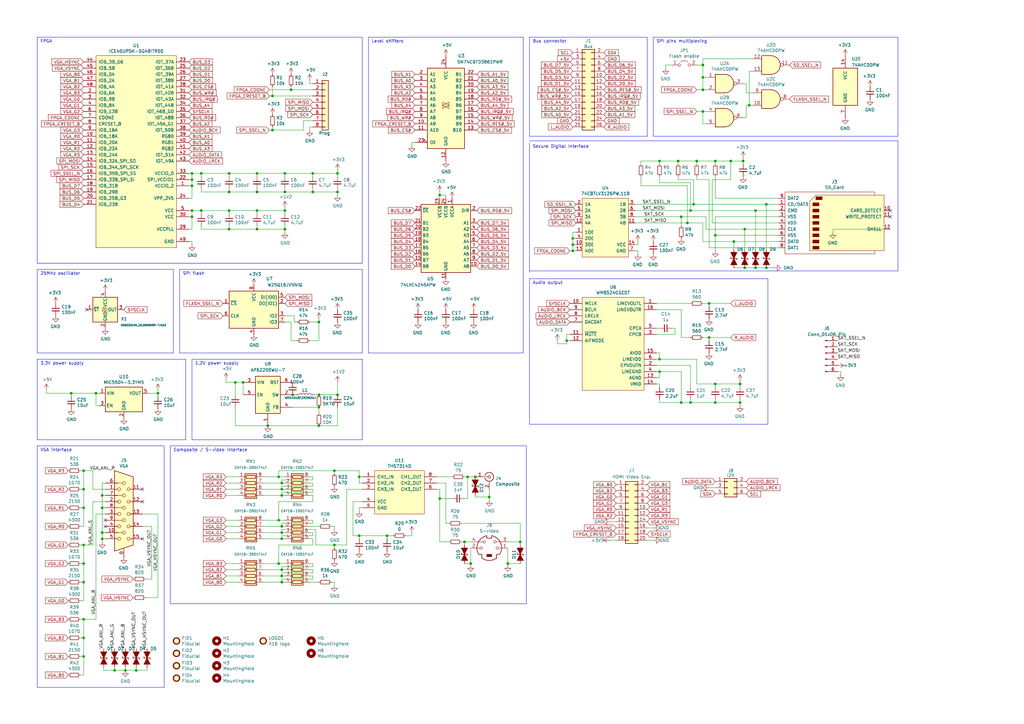
<source format=kicad_sch>
(kicad_sch (version 20230121) (generator eeschema)
  (paper "A3")
  (title_block (title "VERA module") (date "2020-07-04") (rev "4") (company "(C) 2020 Frank van den Hoef"))
  (junction (at 105.41 71.12))
  (junction (at 78.74 76.2))
  (junction (at 116.84 78.74))
  (junction (at 288.29 26.67))
  (junction (at 138.43 78.74))
  (junction (at 115.57 218.44))
  (junction (at 270.51 66.04))
  (junction (at 234.95 97.79))
  (junction (at 105.41 93.98))
  (junction (at 116.84 71.12))
  (junction (at 82.55 86.36))
  (junction (at 270.51 147.32))
  (junction (at 105.41 86.36))
  (junction (at 41.91 208.28))
  (junction (at 234.95 100.33))
  (junction (at 283.21 165.1))
  (junction (at 128.27 78.74))
  (junction (at 105.41 78.74))
  (junction (at 115.57 200.66))
  (junction (at 120.015 161.925))
  (junction (at 299.72 66.04))
  (junction (at 34.29 261.62))
  (junction (at 128.27 71.12))
  (junction (at 130.81 161.925))
  (junction (at 279.4 165.1))
  (junction (at 158.75 219.71))
  (junction (at 138.43 71.12))
  (junction (at 78.74 88.9))
  (junction (at 147.32 219.71))
  (junction (at 119.38 36.83))
  (junction (at 34.29 208.28))
  (junction (at 41.91 218.44))
  (junction (at 307.34 43.18))
  (junction (at 309.88 86.36))
  (junction (at 96.52 156.845))
  (junction (at 281.94 91.44))
  (junction (at 278.13 66.04))
  (junction (at 93.98 71.12))
  (junction (at 111.76 39.37))
  (junction (at 34.29 193.04))
  (junction (at 190.5 222.25))
  (junction (at 34.29 200.66))
  (junction (at 285.75 66.04))
  (junction (at 34.29 254))
  (junction (at 232.41 139.7))
  (junction (at 78.74 86.36))
  (junction (at 288.29 45.72))
  (junction (at 116.84 93.98))
  (junction (at 193.04 231.14))
  (junction (at 305.435 93.98))
  (junction (at 194.945 195.58))
  (junction (at 270.51 152.4))
  (junction (at 147.32 195.58))
  (junction (at 111.76 53.34))
  (junction (at 314.325 109.855))
  (junction (at 34.29 223.52))
  (junction (at 93.98 93.98))
  (junction (at 290.83 138.43))
  (junction (at 303.53 157.48))
  (junction (at 314.325 83.82))
  (junction (at 137.16 193.04))
  (junction (at 293.37 157.48))
  (junction (at 138.43 161.925))
  (junction (at 293.37 96.52))
  (junction (at 283.21 86.36))
  (junction (at 115.57 215.9))
  (junction (at 82.55 71.12))
  (junction (at 39.37 161.29))
  (junction (at 55.88 274.955))
  (junction (at 29.21 161.29))
  (junction (at 130.81 167.005))
  (junction (at 309.88 109.855))
  (junction (at 300.99 99.06))
  (junction (at 304.8 66.04))
  (junction (at 130.81 174.625))
  (junction (at 115.57 203.2))
  (junction (at 78.74 71.12))
  (junction (at 109.855 174.625))
  (junction (at 93.98 86.36))
  (junction (at 93.98 78.74))
  (junction (at 305.435 109.855))
  (junction (at 51.435 274.955))
  (junction (at 46.99 274.955))
  (junction (at 114.3 231.14))
  (junction (at 284.48 83.82))
  (junction (at 213.36 222.25))
  (junction (at 115.57 233.68))
  (junction (at 290.83 124.46))
  (junction (at 293.37 165.1))
  (junction (at 180.34 204.47))
  (junction (at 288.29 36.83))
  (junction (at 64.77 161.29))
  (junction (at 191.77 195.58))
  (junction (at 41.91 203.2))
  (junction (at 78.74 73.66))
  (junction (at 279.4 88.9))
  (junction (at 234.95 102.87))
  (junction (at 130.81 132.08))
  (junction (at 116.84 86.36))
  (junction (at 303.53 165.1))
  (junction (at 114.3 213.36))
  (junction (at 200.66 203.835))
  (junction (at 115.57 220.98))
  (junction (at 288.29 31.75))
  (junction (at 293.37 66.04))
  (junction (at 208.28 231.14))
  (junction (at 99.695 156.845))
  (junction (at 34.29 269.24))
  (junction (at 115.57 236.22))
  (junction (at 34.29 231.14))
  (junction (at 137.16 223.52))
  (junction (at 115.57 198.12))
  (junction (at 115.57 238.76))
  (junction (at 114.3 195.58))
  (junction (at 41.91 220.98))
  (junction (at 34.29 238.76))
  (junction (at 180.34 80.01))
  (no_connect (at 365.125 88.9))
  (no_connect (at 365.125 86.36))
  (no_connect (at 35.56 127))
  (no_connect (at 43.18 213.36))
  (no_connect (at 58.42 205.74))
  (no_connect (at 43.18 215.9))
  (no_connect (at 58.42 220.98))
  (no_connect (at 58.42 200.66))
  (wire (pts (xy 105.41 86.36) (xy 105.41 87.63)))
  (wire (pts (xy 193.04 224.79) (xy 193.04 231.14)))
  (wire (pts (xy 270.51 144.78) (xy 270.51 147.32)))
  (wire (pts (xy 116.84 93.98) (xy 116.84 92.71)))
  (polyline (pts (xy 217.17 15.24) (xy 265.43 15.24)) (stroke (width 0) (type solid)))
  (wire (pts (xy 115.57 233.68) (xy 107.95 233.68)))
  (wire (pts (xy 127 233.68) (xy 128.27 233.68)))
  (wire (pts (xy 97.79 203.2) (xy 92.71 203.2)))
  (wire (pts (xy 314.325 109.855) (xy 317.5 109.855)))
  (wire (pts (xy 288.29 45.72) (xy 285.75 45.72)))
  (wire (pts (xy 299.72 73.66) (xy 299.72 66.04)))
  (wire (pts (xy 115.57 220.98) (xy 116.84 220.98)))
  (wire (pts (xy 306.07 48.26) (xy 304.8 48.26)))
  (wire (pts (xy 97.79 238.76) (xy 92.71 238.76)))
  (wire (pts (xy 128.27 214.63) (xy 115.57 214.63)))
  (wire (pts (xy 93.98 86.36) (xy 93.98 87.63)))
  (wire (pts (xy 129.54 217.17) (xy 129.54 223.52)))
  (wire (pts (xy 288.29 99.06) (xy 300.99 99.06)))
  (wire (pts (xy 182.88 80.01) (xy 180.34 80.01)))
  (wire (pts (xy 343.535 152.4) (xy 344.805 152.4)))
  (wire (pts (xy 128.27 201.93) (xy 115.57 201.93)))
  (wire (pts (xy 33.02 238.76) (xy 34.29 238.76)))
  (polyline (pts (xy 15.24 180.34) (xy 15.24 147.32)) (stroke (width 0) (type solid)))
  (wire (pts (xy 128.27 213.36) (xy 128.27 214.63)))
  (wire (pts (xy 39.37 254) (xy 39.37 210.82)))
  (wire (pts (xy 193.04 231.14) (xy 193.04 231.775)))
  (wire (pts (xy 270.51 74.93) (xy 270.51 72.39)))
  (wire (pts (xy 128.27 236.22) (xy 128.27 237.49)))
  (wire (pts (xy 39.37 210.82) (xy 43.18 210.82)))
  (polyline (pts (xy 267.97 55.88) (xy 267.97 15.24)) (stroke (width 0) (type solid)))
  (wire (pts (xy 148.59 200.66) (xy 142.24 200.66)))
  (wire (pts (xy 190.5 222.25) (xy 190.5 223.52)))
  (wire (pts (xy 270.51 134.62) (xy 269.24 134.62)))
  (wire (pts (xy 93.98 71.12) (xy 105.41 71.12)))
  (wire (pts (xy 34.29 261.62) (xy 34.29 269.24)))
  (wire (pts (xy 115.57 217.17) (xy 129.54 217.17)))
  (wire (pts (xy 82.55 86.36) (xy 82.55 87.63)))
  (polyline (pts (xy 217.17 114.3) (xy 314.96 114.3)) (stroke (width 0) (type solid)))
  (wire (pts (xy 115.57 196.85) (xy 115.57 198.12)))
  (wire (pts (xy 93.98 93.98) (xy 105.41 93.98)))
  (wire (pts (xy 116.84 215.9) (xy 115.57 215.9)))
  (wire (pts (xy 115.57 200.66) (xy 116.84 200.66)))
  (wire (pts (xy 128.27 52.07) (xy 127 52.07)))
  (polyline (pts (xy 15.24 107.95) (xy 15.24 15.24)) (stroke (width 0) (type solid)))
  (wire (pts (xy 283.21 165.1) (xy 279.4 165.1)))
  (wire (pts (xy 137.16 238.76) (xy 137.16 240.03)))
  (polyline (pts (xy 15.24 147.32) (xy 76.2 147.32)) (stroke (width 0) (type solid)))
  (wire (pts (xy 96.52 156.845) (xy 99.695 156.845)))
  (wire (pts (xy 77.47 88.9) (xy 78.74 88.9)))
  (wire (pts (xy 300.99 99.06) (xy 319.405 99.06)))
  (polyline (pts (xy 215.9 247.65) (xy 215.9 182.88)) (stroke (width 0) (type solid)))
  (wire (pts (xy 303.53 163.83) (xy 303.53 165.1)))
  (wire (pts (xy 34.29 208.28) (xy 34.29 215.9)))
  (wire (pts (xy 179.07 198.12) (xy 182.88 198.12)))
  (wire (pts (xy 303.53 156.21) (xy 303.53 157.48)))
  (wire (pts (xy 78.74 71.12) (xy 78.74 73.66)))
  (wire (pts (xy 279.4 138.43) (xy 283.21 138.43)))
  (wire (pts (xy 33.02 261.62) (xy 34.29 261.62)))
  (wire (pts (xy 307.34 29.21) (xy 307.34 43.18)))
  (wire (pts (xy 127 220.98) (xy 128.27 220.98)))
  (wire (pts (xy 62.23 237.49) (xy 59.69 237.49)))
  (wire (pts (xy 128.27 198.12) (xy 128.27 199.39)))
  (wire (pts (xy 292.1 73.66) (xy 292.1 91.44)))
  (wire (pts (xy 236.22 97.79) (xy 234.95 97.79)))
  (wire (pts (xy 109.855 174.625) (xy 130.81 174.625)))
  (wire (pts (xy 180.34 78.74) (xy 180.34 80.01)))
  (wire (pts (xy 288.29 124.46) (xy 290.83 124.46)))
  (wire (pts (xy 190.5 231.14) (xy 193.04 231.14)))
  (wire (pts (xy 43.18 198.12) (xy 41.91 198.12)))
  (polyline (pts (xy 69.85 182.88) (xy 215.9 182.88)) (stroke (width 0) (type solid)))
  (wire (pts (xy 128.27 203.2) (xy 128.27 205.74)))
  (wire (pts (xy 33.02 200.66) (xy 34.29 200.66)))
  (wire (pts (xy 308.61 29.21) (xy 307.34 29.21)))
  (wire (pts (xy 299.72 66.04) (xy 304.8 66.04)))
  (wire (pts (xy 114.3 223.52) (xy 128.27 223.52)))
  (wire (pts (xy 34.29 193.04) (xy 38.1 193.04)))
  (polyline (pts (xy 69.85 247.65) (xy 69.85 182.88)) (stroke (width 0) (type solid)))
  (wire (pts (xy 127 236.22) (xy 128.27 236.22)))
  (wire (pts (xy 270.51 157.48) (xy 270.51 158.75)))
  (polyline (pts (xy 71.12 144.78) (xy 71.12 110.49)) (stroke (width 0) (type solid)))
  (wire (pts (xy 284.48 83.82) (xy 314.325 83.82)))
  (wire (pts (xy 135.89 238.76) (xy 137.16 238.76)))
  (wire (pts (xy 138.43 156.845) (xy 138.43 161.925)))
  (wire (pts (xy 107.95 195.58) (xy 114.3 195.58)))
  (wire (pts (xy 191.77 195.58) (xy 194.945 195.58)))
  (wire (pts (xy 147.32 219.71) (xy 158.75 219.71)))
  (wire (pts (xy 114.3 213.36) (xy 116.84 213.36)))
  (wire (pts (xy 179.07 200.66) (xy 180.34 200.66)))
  (wire (pts (xy 158.75 219.71) (xy 158.75 220.98)))
  (wire (pts (xy 128.27 195.58) (xy 128.27 196.85)))
  (polyline (pts (xy 217.17 111.76) (xy 217.17 58.42)) (stroke (width 0) (type solid)))
  (wire (pts (xy 138.43 78.74) (xy 138.43 77.47)))
  (wire (pts (xy 290.83 124.46) (xy 299.72 124.46)))
  (wire (pts (xy 41.91 220.98) (xy 43.18 220.98)))
  (wire (pts (xy 213.36 222.25) (xy 208.28 222.25)))
  (wire (pts (xy 269.24 124.46) (xy 283.21 124.46)))
  (wire (pts (xy 127 203.2) (xy 128.27 203.2)))
  (wire (pts (xy 269.24 137.16) (xy 276.86 137.16)))
  (wire (pts (xy 290.83 138.43) (xy 299.72 138.43)))
  (wire (pts (xy 92.71 213.36) (xy 97.79 213.36)))
  (wire (pts (xy 116.84 129.54) (xy 120.65 129.54)))
  (wire (pts (xy 208.28 224.79) (xy 208.28 231.14)))
  (wire (pts (xy 127 215.9) (xy 130.81 215.9)))
  (wire (pts (xy 115.57 238.76) (xy 116.84 238.76)))
  (wire (pts (xy 33.02 269.24) (xy 34.29 269.24)))
  (wire (pts (xy 128.27 34.29) (xy 127 34.29)))
  (wire (pts (xy 290.83 138.43) (xy 290.83 139.7)))
  (wire (pts (xy 114.3 205.74) (xy 114.3 213.36)))
  (wire (pts (xy 290.83 73.66) (xy 290.83 101.6)))
  (wire (pts (xy 115.57 234.95) (xy 115.57 236.22)))
  (wire (pts (xy 137.16 193.04) (xy 137.16 194.31)))
  (wire (pts (xy 144.78 205.74) (xy 144.78 219.71)))
  (wire (pts (xy 116.84 86.36) (xy 116.84 87.63)))
  (wire (pts (xy 77.47 71.12) (xy 78.74 71.12)))
  (wire (pts (xy 233.68 137.16) (xy 232.41 137.16)))
  (wire (pts (xy 260.35 102.87) (xy 261.62 102.87)))
  (wire (pts (xy 288.29 91.44) (xy 288.29 99.06)))
  (wire (pts (xy 92.71 200.66) (xy 97.79 200.66)))
  (wire (pts (xy 62.23 215.9) (xy 62.23 237.49)))
  (wire (pts (xy 105.41 72.39) (xy 105.41 71.12)))
  (wire (pts (xy 303.53 157.48) (xy 293.37 157.48)))
  (wire (pts (xy 97.79 198.12) (xy 92.71 198.12)))
  (wire (pts (xy 51.435 273.685) (xy 51.435 274.955)))
  (wire (pts (xy 119.38 139.7) (xy 121.92 139.7)))
  (wire (pts (xy 262.89 66.04) (xy 270.51 66.04)))
  (wire (pts (xy 270.51 152.4) (xy 279.4 152.4)))
  (wire (pts (xy 180.34 222.25) (xy 184.15 222.25)))
  (wire (pts (xy 305.435 93.98) (xy 305.435 102.235)))
  (wire (pts (xy 138.43 174.625) (xy 138.43 167.005)))
  (polyline (pts (xy 267.97 15.24) (xy 368.3 15.24)) (stroke (width 0) (type solid)))
  (wire (pts (xy 78.74 99.06) (xy 78.74 100.33)))
  (wire (pts (xy 42.545 273.685) (xy 42.545 274.955)))
  (polyline (pts (xy 67.31 281.94) (xy 67.31 182.88)) (stroke (width 0) (type solid)))
  (wire (pts (xy 288.29 36.83) (xy 288.29 31.75)))
  (polyline (pts (xy 15.24 144.78) (xy 15.24 110.49)) (stroke (width 0) (type solid)))
  (wire (pts (xy 138.43 71.12) (xy 138.43 72.39)))
  (wire (pts (xy 34.29 254) (xy 39.37 254)))
  (wire (pts (xy 200.66 205.105) (xy 200.66 203.835)))
  (wire (pts (xy 116.84 85.09) (xy 116.84 86.36)))
  (wire (pts (xy 78.74 73.66) (xy 78.74 76.2)))
  (polyline (pts (xy 267.97 55.88) (xy 368.3 55.88)) (stroke (width 0) (type solid)))
  (wire (pts (xy 105.41 86.36) (xy 116.84 86.36)))
  (wire (pts (xy 314.325 83.82) (xy 319.405 83.82)))
  (wire (pts (xy 128.27 72.39) (xy 128.27 71.12)))
  (wire (pts (xy 39.37 161.29) (xy 40.64 161.29)))
  (wire (pts (xy 260.35 100.33) (xy 261.62 100.33)))
  (polyline (pts (xy 217.17 173.99) (xy 217.17 114.3)) (stroke (width 0) (type solid)))
  (wire (pts (xy 93.98 86.36) (xy 105.41 86.36)))
  (wire (pts (xy 293.37 157.48) (xy 293.37 158.75)))
  (polyline (pts (xy 151.13 144.78) (xy 151.13 15.24)) (stroke (width 0) (type solid)))
  (wire (pts (xy 41.91 198.12) (xy 41.91 203.2)))
  (wire (pts (xy 34.29 254) (xy 34.29 261.62)))
  (wire (pts (xy 128.905 161.925) (xy 130.81 161.925)))
  (wire (pts (xy 168.91 218.44) (xy 168.91 219.71)))
  (wire (pts (xy 142.24 200.66) (xy 142.24 223.52)))
  (wire (pts (xy 96.52 167.005) (xy 96.52 174.625)))
  (wire (pts (xy 283.21 163.83) (xy 283.21 165.1)))
  (wire (pts (xy 107.95 203.2) (xy 115.57 203.2)))
  (wire (pts (xy 42.545 274.955) (xy 46.99 274.955)))
  (wire (pts (xy 180.34 204.47) (xy 180.34 222.25)))
  (wire (pts (xy 116.84 93.98) (xy 116.84 95.25)))
  (wire (pts (xy 267.97 216.535) (xy 265.43 216.535)))
  (polyline (pts (xy 148.59 144.78) (xy 148.59 110.49)) (stroke (width 0) (type solid)))
  (wire (pts (xy 114.3 223.52) (xy 114.3 231.14)))
  (wire (pts (xy 64.77 210.82) (xy 64.77 245.11)))
  (wire (pts (xy 105.41 92.71) (xy 105.41 93.98)))
  (wire (pts (xy 279.4 92.71) (xy 279.4 88.9)))
  (wire (pts (xy 92.71 231.14) (xy 97.79 231.14)))
  (wire (pts (xy 309.88 86.36) (xy 309.88 102.235)))
  (wire (pts (xy 304.8 67.31) (xy 304.8 66.04)))
  (wire (pts (xy 82.55 93.98) (xy 93.98 93.98)))
  (wire (pts (xy 278.13 66.04) (xy 285.75 66.04)))
  (wire (pts (xy 97.79 233.68) (xy 92.71 233.68)))
  (polyline (pts (xy 148.59 180.34) (xy 148.59 147.32)) (stroke (width 0) (type solid)))
  (wire (pts (xy 281.94 91.44) (xy 288.29 91.44)))
  (wire (pts (xy 46.99 273.685) (xy 46.99 274.955)))
  (wire (pts (xy 269.24 144.78) (xy 270.51 144.78)))
  (polyline (pts (xy 15.24 180.34) (xy 76.2 180.34)) (stroke (width 0) (type solid)))
  (wire (pts (xy 147.32 198.12) (xy 148.59 198.12)))
  (wire (pts (xy 300.99 99.06) (xy 300.99 102.235)))
  (wire (pts (xy 288.29 24.13) (xy 308.61 24.13)))
  (polyline (pts (xy 15.24 110.49) (xy 71.12 110.49)) (stroke (width 0) (type solid)))
  (wire (pts (xy 58.42 215.9) (xy 62.23 215.9)))
  (wire (pts (xy 107.95 220.98) (xy 115.57 220.98)))
  (wire (pts (xy 82.55 77.47) (xy 82.55 78.74)))
  (wire (pts (xy 232.41 139.7) (xy 232.41 140.97)))
  (wire (pts (xy 116.84 78.74) (xy 128.27 78.74)))
  (wire (pts (xy 39.37 161.29) (xy 29.21 161.29)))
  (wire (pts (xy 279.4 88.9) (xy 289.56 88.9)))
  (wire (pts (xy 228.6 140.97) (xy 228.6 139.7)))
  (wire (pts (xy 38.1 205.74) (xy 38.1 223.52)))
  (wire (pts (xy 128.27 77.47) (xy 128.27 78.74)))
  (wire (pts (xy 262.89 67.31) (xy 262.89 66.04)))
  (wire (pts (xy 33.02 254) (xy 34.29 254)))
  (polyline (pts (xy 73.66 144.78) (xy 148.59 144.78)) (stroke (width 0) (type solid)))
  (wire (pts (xy 120.65 129.54) (xy 120.65 132.08)))
  (wire (pts (xy 279.4 152.4) (xy 279.4 165.1)))
  (wire (pts (xy 92.71 218.44) (xy 97.79 218.44)))
  (polyline (pts (xy 217.17 55.88) (xy 217.17 15.24)) (stroke (width 0) (type solid)))
  (wire (pts (xy 34.29 238.76) (xy 34.29 246.38)))
  (wire (pts (xy 270.51 147.32) (xy 269.24 147.32)))
  (wire (pts (xy 293.37 88.9) (xy 293.37 96.52)))
  (wire (pts (xy 180.34 200.66) (xy 180.34 204.47)))
  (wire (pts (xy 289.56 88.9) (xy 289.56 93.98)))
  (wire (pts (xy 308.61 43.18) (xy 307.34 43.18)))
  (wire (pts (xy 288.29 26.67) (xy 288.29 31.75)))
  (wire (pts (xy 262.89 76.2) (xy 281.94 76.2)))
  (wire (pts (xy 115.57 198.12) (xy 107.95 198.12)))
  (polyline (pts (xy 15.24 281.94) (xy 67.31 281.94)) (stroke (width 0) (type solid)))
  (wire (pts (xy 43.18 205.74) (xy 38.1 205.74)))
  (wire (pts (xy 293.37 157.48) (xy 285.75 157.48)))
  (wire (pts (xy 128.27 78.74) (xy 138.43 78.74)))
  (wire (pts (xy 105.41 78.74) (xy 116.84 78.74)))
  (wire (pts (xy 111.76 39.37) (xy 110.49 39.37)))
  (wire (pts (xy 288.29 36.83) (xy 285.75 36.83)))
  (wire (pts (xy 148.59 195.58) (xy 147.32 195.58)))
  (wire (pts (xy 115.57 203.2) (xy 116.84 203.2)))
  (wire (pts (xy 262.89 72.39) (xy 262.89 76.2)))
  (wire (pts (xy 283.21 74.93) (xy 270.51 74.93)))
  (wire (pts (xy 275.59 26.67) (xy 273.05 26.67)))
  (wire (pts (xy 137.16 224.79) (xy 137.16 223.52)))
  (wire (pts (xy 82.55 71.12) (xy 78.74 71.12)))
  (wire (pts (xy 269.24 149.86) (xy 283.21 149.86)))
  (wire (pts (xy 127 200.66) (xy 128.27 200.66)))
  (wire (pts (xy 128.27 196.85) (xy 115.57 196.85)))
  (wire (pts (xy 306.07 38.1) (xy 308.61 38.1)))
  (wire (pts (xy 147.32 193.04) (xy 147.32 195.58)))
  (polyline (pts (xy 217.17 173.99) (xy 314.96 173.99)) (stroke (width 0) (type solid)))
  (wire (pts (xy 41.91 218.44) (xy 41.91 220.98)))
  (wire (pts (xy 269.24 152.4) (xy 270.51 152.4)))
  (wire (pts (xy 41.91 208.28) (xy 41.91 218.44)))
  (wire (pts (xy 319.405 96.52) (xy 293.37 96.52)))
  (wire (pts (xy 261.62 102.87) (xy 261.62 104.14)))
  (wire (pts (xy 120.015 161.925) (xy 121.285 161.925)))
  (polyline (pts (xy 265.43 55.88) (xy 265.43 15.24)) (stroke (width 0) (type solid)))
  (wire (pts (xy 306.07 34.29) (xy 306.07 38.1)))
  (wire (pts (xy 189.23 222.25) (xy 190.5 222.25)))
  (wire (pts (xy 110.49 53.34) (xy 111.76 53.34)))
  (wire (pts (xy 111.76 53.34) (xy 111.76 52.07)))
  (wire (pts (xy 127 213.36) (xy 128.27 213.36)))
  (wire (pts (xy 128.27 200.66) (xy 128.27 201.93)))
  (wire (pts (xy 128.27 237.49) (xy 115.57 237.49)))
  (wire (pts (xy 283.21 149.86) (xy 283.21 158.75)))
  (wire (pts (xy 78.74 86.36) (xy 82.55 86.36)))
  (wire (pts (xy 128.27 231.14) (xy 128.27 232.41)))
  (wire (pts (xy 185.42 204.47) (xy 180.34 204.47)))
  (wire (pts (xy 281.94 76.2) (xy 281.94 91.44)))
  (wire (pts (xy 232.41 140.97) (xy 228.6 140.97)))
  (wire (pts (xy 82.55 78.74) (xy 93.98 78.74)))
  (wire (pts (xy 107.95 231.14) (xy 114.3 231.14)))
  (wire (pts (xy 234.95 95.25) (xy 234.95 97.79)))
  (wire (pts (xy 138.43 80.01) (xy 138.43 78.74)))
  (wire (pts (xy 293.37 165.1) (xy 293.37 163.83)))
  (polyline (pts (xy 217.17 111.125) (xy 368.3 111.125)) (stroke (width 0) (type solid)))
  (wire (pts (xy 300.99 109.855) (xy 305.435 109.855)))
  (wire (pts (xy 97.79 220.98) (xy 92.71 220.98)))
  (wire (pts (xy 107.95 236.22) (xy 115.57 236.22)))
  (wire (pts (xy 260.35 86.36) (xy 283.21 86.36)))
  (polyline (pts (xy 78.74 180.34) (xy 148.59 180.34)) (stroke (width 0) (type solid)))
  (polyline (pts (xy 76.2 180.34) (xy 76.2 147.32)) (stroke (width 0) (type solid)))
  (wire (pts (xy 127 34.29) (xy 127 33.02)))
  (wire (pts (xy 119.38 36.83) (xy 119.38 35.56)))
  (wire (pts (xy 191.77 195.58) (xy 191.77 204.47)))
  (wire (pts (xy 305.435 109.855) (xy 309.88 109.855)))
  (wire (pts (xy 200.66 203.835) (xy 200.66 200.66)))
  (wire (pts (xy 261.62 100.33) (xy 261.62 99.06)))
  (wire (pts (xy 124.46 49.53) (xy 128.27 49.53)))
  (wire (pts (xy 194.945 195.58) (xy 195.58 195.58)))
  (wire (pts (xy 116.84 132.08) (xy 119.38 132.08)))
  (wire (pts (xy 128.27 232.41) (xy 115.57 232.41)))
  (wire (pts (xy 128.27 71.12) (xy 138.43 71.12)))
  (wire (pts (xy 180.34 80.01) (xy 180.34 81.28)))
  (wire (pts (xy 190.5 195.58) (xy 191.77 195.58)))
  (wire (pts (xy 236.22 95.25) (xy 234.95 95.25)))
  (wire (pts (xy 283.21 165.1) (xy 293.37 165.1)))
  (wire (pts (xy 276.86 137.16) (xy 276.86 134.62)))
  (wire (pts (xy 147.32 208.28) (xy 147.32 209.55)))
  (wire (pts (xy 116.84 71.12) (xy 128.27 71.12)))
  (wire (pts (xy 120.65 132.08) (xy 121.92 132.08)))
  (wire (pts (xy 148.59 205.74) (xy 144.78 205.74)))
  (wire (pts (xy 127 198.12) (xy 128.27 198.12)))
  (wire (pts (xy 147.32 220.98) (xy 147.32 219.71)))
  (wire (pts (xy 278.13 72.39) (xy 278.13 73.66)))
  (wire (pts (xy 114.3 195.58) (xy 116.84 195.58)))
  (wire (pts (xy 82.55 72.39) (xy 82.55 71.12)))
  (wire (pts (xy 279.4 127) (xy 279.4 138.43)))
  (wire (pts (xy 64.77 161.29) (xy 64.77 162.56)))
  (polyline (pts (xy 148.59 15.24) (xy 148.59 107.95)) (stroke (width 0) (type solid)))
  (wire (pts (xy 93.98 92.71) (xy 93.98 93.98)))
  (polyline (pts (xy 15.24 15.24) (xy 148.59 15.24)) (stroke (width 0) (type solid)))
  (wire (pts (xy 290.83 200.025) (xy 293.37 200.025)))
  (wire (pts (xy 130.81 161.925) (xy 138.43 161.925)))
  (wire (pts (xy 305.435 93.98) (xy 319.405 93.98)))
  (wire (pts (xy 250.19 221.615) (xy 252.73 221.615)))
  (wire (pts (xy 193.04 222.25) (xy 190.5 222.25)))
  (wire (pts (xy 46.99 274.955) (xy 51.435 274.955)))
  (wire (pts (xy 127 139.7) (xy 130.81 139.7)))
  (wire (pts (xy 115.57 237.49) (xy 115.57 238.76)))
  (polyline (pts (xy 368.3 55.88) (xy 368.3 15.24)) (stroke (width 0) (type solid)))
  (wire (pts (xy 64.77 160.02) (xy 64.77 161.29)))
  (wire (pts (xy 93.98 72.39) (xy 93.98 71.12)))
  (wire (pts (xy 34.29 269.24) (xy 34.29 276.86)))
  (wire (pts (xy 96.52 174.625) (xy 109.855 174.625)))
  (wire (pts (xy 34.29 246.38) (xy 33.02 246.38)))
  (wire (pts (xy 319.405 88.9) (xy 293.37 88.9)))
  (wire (pts (xy 213.36 214.63) (xy 213.36 222.25)))
  (wire (pts (xy 115.57 201.93) (xy 115.57 203.2)))
  (polyline (pts (xy 314.96 173.99) (xy 314.96 114.3)) (stroke (width 0) (type solid)))
  (wire (pts (xy 34.29 215.9) (xy 33.02 215.9)))
  (wire (pts (xy 97.79 215.9) (xy 92.71 215.9)))
  (wire (pts (xy 269.24 157.48) (xy 270.51 157.48)))
  (wire (pts (xy 127 231.14) (xy 128.27 231.14)))
  (wire (pts (xy 293.37 66.04) (xy 293.37 67.31)))
  (wire (pts (xy 234.95 102.87) (xy 233.68 102.87)))
  (wire (pts (xy 41.91 218.44) (xy 43.18 218.44)))
  (wire (pts (xy 130.81 132.08) (xy 127 132.08)))
  (wire (pts (xy 114.3 195.58) (xy 114.3 193.04)))
  (wire (pts (xy 115.57 214.63) (xy 115.57 215.9)))
  (wire (pts (xy 119.38 36.83) (xy 110.49 36.83)))
  (wire (pts (xy 78.74 76.2) (xy 77.47 76.2)))
  (wire (pts (xy 34.29 276.86) (xy 33.02 276.86)))
  (wire (pts (xy 285.75 73.66) (xy 290.83 73.66)))
  (wire (pts (xy 107.95 218.44) (xy 115.57 218.44)))
  (wire (pts (xy 114.3 231.14) (xy 116.84 231.14)))
  (wire (pts (xy 232.41 139.7) (xy 233.68 139.7)))
  (wire (pts (xy 288.29 50.8) (xy 289.56 50.8)))
  (wire (pts (xy 92.71 156.845) (xy 96.52 156.845)))
  (wire (pts (xy 130.81 132.08) (xy 130.81 130.81)))
  (wire (pts (xy 78.74 81.28) (xy 78.74 76.2)))
  (wire (pts (xy 115.57 232.41) (xy 115.57 233.68)))
  (wire (pts (xy 270.51 165.1) (xy 270.51 163.83)))
  (wire (pts (xy 285.75 26.67) (xy 288.29 26.67)))
  (wire (pts (xy 111.76 39.37) (xy 111.76 35.56)))
  (wire (pts (xy 128.27 205.74) (xy 114.3 205.74)))
  (wire (pts (xy 105.41 78.74) (xy 105.41 77.47)))
  (wire (pts (xy 51.435 274.955) (xy 55.88 274.955)))
  (wire (pts (xy 288.29 138.43) (xy 290.83 138.43)))
  (wire (pts (xy 119.38 132.08) (xy 119.38 139.7)))
  (wire (pts (xy 270.51 147.32) (xy 285.75 147.32)))
  (wire (pts (xy 78.74 86.36) (xy 77.47 86.36)))
  (wire (pts (xy 82.55 71.12) (xy 93.98 71.12)))
  (wire (pts (xy 124.46 53.34) (xy 124.46 49.53)))
  (wire (pts (xy 115.57 215.9) (xy 107.95 215.9)))
  (wire (pts (xy 303.53 157.48) (xy 303.53 158.75)))
  (wire (pts (xy 309.88 86.36) (xy 319.405 86.36)))
  (wire (pts (xy 168.91 219.71) (xy 166.37 219.71)))
  (wire (pts (xy 127 238.76) (xy 130.81 238.76)))
  (wire (pts (xy 158.75 219.71) (xy 161.29 219.71)))
  (wire (pts (xy 107.95 200.66) (xy 115.57 200.66)))
  (polyline (pts (xy 148.59 107.95) (xy 15.24 107.95)) (stroke (width 0) (type solid)))
  (wire (pts (xy 127 195.58) (xy 128.27 195.58)))
  (wire (pts (xy 213.36 223.52) (xy 213.36 222.25)))
  (wire (pts (xy 283.21 86.36) (xy 309.88 86.36)))
  (wire (pts (xy 130.81 167.005) (xy 130.81 169.545)))
  (wire (pts (xy 77.47 99.06) (xy 78.74 99.06)))
  (polyline (pts (xy 78.74 147.32) (xy 148.59 147.32)) (stroke (width 0) (type solid)))
  (wire (pts (xy 278.13 73.66) (xy 284.48 73.66)))
  (wire (pts (xy 128.27 234.95) (xy 115.57 234.95)))
  (wire (pts (xy 99.695 156.845) (xy 99.695 161.925)))
  (wire (pts (xy 64.77 245.11) (xy 59.69 245.11)))
  (wire (pts (xy 82.55 92.71) (xy 82.55 93.98)))
  (wire (pts (xy 128.27 39.37) (xy 111.76 39.37)))
  (wire (pts (xy 289.56 36.83) (xy 288.29 36.83)))
  (wire (pts (xy 250.19 213.995) (xy 252.73 213.995)))
  (wire (pts (xy 78.74 88.9) (xy 78.74 86.36)))
  (wire (pts (xy 234.95 102.87) (xy 236.22 102.87)))
  (wire (pts (xy 115.57 236.22) (xy 116.84 236.22)))
  (wire (pts (xy 179.07 195.58) (xy 185.42 195.58)))
  (wire (pts (xy 93.98 77.47) (xy 93.98 78.74)))
  (polyline (pts (xy 151.13 15.24) (xy 214.63 15.24)) (stroke (width 0) (type solid)))
  (wire (pts (xy 116.84 72.39) (xy 116.84 71.12)))
  (wire (pts (xy 144.78 219.71) (xy 147.32 219.71)))
  (wire (pts (xy 234.95 100.33) (xy 234.95 102.87)))
  (wire (pts (xy 107.95 213.36) (xy 114.3 213.36)))
  (wire (pts (xy 260.35 83.82) (xy 284.48 83.82)))
  (wire (pts (xy 189.23 214.63) (xy 213.36 214.63)))
  (wire (pts (xy 137.16 223.52) (xy 142.24 223.52)))
  (wire (pts (xy 285.75 66.04) (xy 293.37 66.04)))
  (wire (pts (xy 34.29 200.66) (xy 34.29 208.28)))
  (wire (pts (xy 33.02 223.52) (xy 34.29 223.52)))
  (wire (pts (xy 234.95 97.79) (xy 234.95 100.33)))
  (wire (pts (xy 182.88 198.12) (xy 182.88 214.63)))
  (wire (pts (xy 130.81 174.625) (xy 138.43 174.625)))
  (wire (pts (xy 288.29 26.67) (xy 288.29 24.13)))
  (wire (pts (xy 288.29 31.75) (xy 289.56 31.75)))
  (wire (pts (xy 105.41 93.98) (xy 116.84 93.98)))
  (polyline (pts (xy 151.13 144.78) (xy 214.63 144.78)) (stroke (width 0) (type solid)))
  (wire (pts (xy 314.325 83.82) (xy 314.325 102.235)))
  (wire (pts (xy 38.1 200.66) (xy 43.18 200.66)))
  (wire (pts (xy 41.91 203.2) (xy 41.91 208.28)))
  (wire (pts (xy 306.07 43.18) (xy 306.07 48.26)))
  (polyline (pts (xy 15.24 144.78) (xy 71.12 144.78)) (stroke (width 0) (type solid)))
  (wire (pts (xy 96.52 156.845) (xy 96.52 161.925)))
  (wire (pts (xy 273.05 26.67) (xy 273.05 27.94)))
  (wire (pts (xy 168.91 58.42) (xy 168.91 59.69)))
  (wire (pts (xy 182.88 81.28) (xy 182.88 80.01)))
  (wire (pts (xy 283.21 74.93) (xy 283.21 86.36)))
  (wire (pts (xy 309.88 109.855) (xy 314.325 109.855)))
  (wire (pts (xy 293.37 96.52) (xy 293.37 102.87)))
  (wire (pts (xy 307.34 43.18) (xy 306.07 43.18)))
  (wire (pts (xy 285.75 157.48) (xy 285.75 147.32)))
  (wire (pts (xy 60.96 161.29) (xy 64.77 161.29)))
  (wire (pts (xy 128.27 36.83) (xy 119.38 36.83)))
  (wire (pts (xy 116.84 198.12) (xy 115.57 198.12)))
  (polyline (pts (xy 15.24 281.94) (xy 15.24 182.88)) (stroke (width 0) (type solid)))
  (wire (pts (xy 55.88 274.955) (xy 60.325 274.955)))
  (wire (pts (xy 278.13 67.31) (xy 278.13 66.04)))
  (wire (pts (xy 293.37 81.28) (xy 319.405 81.28)))
  (wire (pts (xy 135.89 215.9) (xy 137.16 215.9)))
  (wire (pts (xy 82.55 86.36) (xy 93.98 86.36)))
  (wire (pts (xy 147.32 195.58) (xy 147.32 198.12)))
  (wire (pts (xy 129.54 223.52) (xy 137.16 223.52)))
  (polyline (pts (xy 73.66 144.78) (xy 73.66 110.49)) (stroke (width 0) (type solid)))
  (wire (pts (xy 93.98 78.74) (xy 105.41 78.74)))
  (wire (pts (xy 341.63 93.98) (xy 341.63 95.25)))
  (wire (pts (xy 105.41 71.12) (xy 116.84 71.12)))
  (wire (pts (xy 128.27 219.71) (xy 115.57 219.71)))
  (wire (pts (xy 29.21 161.29) (xy 29.21 162.56)))
  (wire (pts (xy 148.59 208.28) (xy 147.32 208.28)))
  (polyline (pts (xy 78.74 180.34) (xy 78.74 147.32)) (stroke (width 0) (type solid)))
  (wire (pts (xy 289.56 45.72) (xy 288.29 45.72)))
  (wire (pts (xy 137.16 215.9) (xy 137.16 217.17)))
  (wire (pts (xy 293.37 165.1) (xy 303.53 165.1)))
  (wire (pts (xy 40.64 166.37) (xy 39.37 166.37)))
  (wire (pts (xy 128.27 199.39) (xy 115.57 199.39)))
  (wire (pts (xy 60.325 274.955) (xy 60.325 273.685)))
  (polyline (pts (xy 217.17 57.785) (xy 368.3 57.785)) (stroke (width 0) (type solid)))
  (wire (pts (xy 77.47 93.98) (xy 78.74 93.98)))
  (wire (pts (xy 116.84 233.68) (xy 115.57 233.68)))
  (wire (pts (xy 115.57 219.71) (xy 115.57 220.98)))
  (wire (pts (xy 292.1 73.66) (xy 299.72 73.66)))
  (wire (pts (xy 270.51 154.94) (xy 269.24 154.94)))
  (wire (pts (xy 289.56 93.98) (xy 305.435 93.98)))
  (wire (pts (xy 270.51 66.04) (xy 278.13 66.04)))
  (wire (pts (xy 344.805 152.4) (xy 344.805 153.67)))
  (wire (pts (xy 137.16 193.04) (xy 147.32 193.04)))
  (wire (pts (xy 92.71 195.58) (xy 97.79 195.58)))
  (wire (pts (xy 33.02 193.04) (xy 34.29 193.04)))
  (wire (pts (xy 38.1 193.04) (xy 38.1 200.66)))
  (wire (pts (xy 116.84 77.47) (xy 116.84 78.74)))
  (wire (pts (xy 38.1 223.52) (xy 34.29 223.52)))
  (wire (pts (xy 33.02 208.28) (xy 34.29 208.28)))
  (wire (pts (xy 191.77 204.47) (xy 190.5 204.47)))
  (wire (pts (xy 319.405 101.6) (xy 290.83 101.6)))
  (wire (pts (xy 41.91 220.98) (xy 41.91 222.25)))
  (wire (pts (xy 208.28 231.14) (xy 208.28 231.775)))
  (wire (pts (xy 19.05 161.29) (xy 29.21 161.29)))
  (wire (pts (xy 260.35 91.44) (xy 281.94 91.44)))
  (wire (pts (xy 285.75 67.31) (xy 285.75 66.04)))
  (wire (pts (xy 236.22 100.33) (xy 234.95 100.33)))
  (wire (pts (xy 260.35 88.9) (xy 279.4 88.9)))
  (wire (pts (xy 319.405 91.44) (xy 292.1 91.44)))
  (wire (pts (xy 111.76 53.34) (xy 124.46 53.34)))
  (wire (pts (xy 138.43 69.85) (xy 138.43 71.12)))
  (wire (pts (xy 34.29 223.52) (xy 34.29 231.14)))
  (wire (pts (xy 304.8 64.77) (xy 304.8 66.04)))
  (wire (pts (xy 276.86 134.62) (xy 275.59 134.62)))
  (wire (pts (xy 285.75 73.66) (xy 285.75 72.39)))
  (wire (pts (xy 128.27 218.44) (xy 128.27 219.71)))
  (polyline (pts (xy 214.63 144.78) (xy 214.63 15.24)) (stroke (width 0) (type solid)))
  (wire (pts (xy 182.88 214.63) (xy 184.15 214.63)))
  (wire (pts (xy 34.29 193.04) (xy 34.29 200.66)))
  (wire (pts (xy 304.8 34.29) (xy 306.07 34.29)))
  (wire (pts (xy 41.91 203.2) (xy 43.18 203.2)))
  (wire (pts (xy 107.95 238.76) (xy 115.57 238.76)))
  (wire (pts (xy 290.83 124.46) (xy 290.83 125.73)))
  (wire (pts (xy 284.48 73.66) (xy 284.48 83.82)))
  (wire (pts (xy 194.945 203.2) (xy 194.945 203.835)))
  (wire (pts (xy 77.47 81.28) (xy 78.74 81.28)))
  (wire (pts (xy 34.29 231.14) (xy 34.29 238.76)))
  (polyline (pts (xy 69.85 247.65) (xy 215.9 247.65)) (stroke (width 0) (type solid)))
  (wire (pts (xy 55.88 273.685) (xy 55.88 274.955)))
  (polyline (pts (xy 73.66 110.49) (xy 148.59 110.49)) (stroke (width 0) (type solid)))
  (wire (pts (xy 77.47 73.66) (xy 78.74 73.66)))
  (wire (pts (xy 92.71 236.22) (xy 97.79 236.22)))
  (wire (pts (xy 270.51 67.31) (xy 270.51 66.04)))
  (wire (pts (xy 279.4 165.1) (xy 270.51 165.1)))
  (wire (pts (xy 168.91 58.42) (xy 170.18 58.42)))
  (wire (pts (xy 39.37 166.37) (xy 39.37 161.29)))
  (wire (pts (xy 130.81 139.7) (xy 130.81 132.08)))
  (wire (pts (xy 127 52.07) (xy 127 53.34)))
  (wire (pts (xy 267.97 221.615) (xy 265.43 221.615)))
  (wire (pts (xy 58.42 210.82) (xy 64.77 210.82)))
  (wire (pts (xy 303.53 165.1) (xy 303.53 166.37)))
  (wire (pts (xy 120.015 167.005) (xy 130.81 167.005)))
  (wire (pts (xy 232.41 137.16) (xy 232.41 139.7)))
  (wire (pts (xy 127 218.44) (xy 128.27 218.44)))
  (polyline (pts (xy 15.24 182.88) (xy 67.31 182.88)) (stroke (width 0) (type solid)))
  (wire (pts (xy 33.02 231.14) (xy 34.29 231.14)))
  (wire (pts (xy 115.57 217.17) (xy 115.57 218.44)))
  (wire (pts (xy 114.3 193.04) (xy 137.16 193.04)))
  (polyline (pts (xy 217.17 55.88) (xy 265.43 55.88)) (stroke (width 0) (type solid)))
  (polyline (pts (xy 368.3 111.125) (xy 368.3 57.785)) (stroke (width 0) (type solid)))
  (wire (pts (xy 269.24 127) (xy 279.4 127)))
  (wire (pts (xy 128.27 233.68) (xy 128.27 234.95)))
  (wire (pts (xy 128.27 220.98) (xy 128.27 223.52)))
  (wire (pts (xy 288.29 45.72) (xy 288.29 50.8)))
  (wire (pts (xy 293.37 72.39) (xy 293.37 81.28)))
  (wire (pts (xy 270.51 152.4) (xy 270.51 154.94)))
  (wire (pts (xy 92.71 156.845) (xy 92.71 155.575)))
  (wire (pts (xy 115.57 218.44) (xy 116.84 218.44)))
  (wire (pts (xy 293.37 66.04) (xy 299.72 66.04)))
  (wire (pts (xy 78.74 93.98) (xy 78.74 88.9)))
  (wire (pts (xy 341.63 93.98) (xy 365.125 93.98)))
  (wire (pts (xy 208.28 231.14) (xy 213.36 231.14)))
  (wire (pts (xy 41.91 208.28) (xy 43.18 208.28)))
  (wire (pts (xy 194.945 203.835) (xy 200.66 203.835)))
  (wire (pts (xy 115.57 199.39) (xy 115.57 200.66)))
  (wire (pts (xy 19.05 161.29) (xy 19.05 160.02)))
  (text "Composite / S-video interface" (at 71.12 185.42 0) (effects (font (size 1.27 1.27)) (justify left bottom)))
  (text "1.2V power supply" (at 80.01 149.86 0) (effects (font (size 1.27 1.27)) (justify left bottom)))
  (text "25MHz oscillator" (at 16.51 113.03 0) (effects (font (size 1.27 1.27)) (justify left bottom)))
  (text "Secure Digital Interface" (at 218.44 60.96 0) (effects (font (size 1.27 1.27)) (justify left bottom)))
  (text "3.3V power supply" (at 16.51 149.86 0) (effects (font (size 1.27 1.27)) (justify left bottom)))
  (text "Audio output" (at 218.44 116.84 0) (effects (font (size 1.27 1.27)) (justify left bottom)))
  (text "SPI flash" (at 74.93 113.03 0) (effects (font (size 1.27 1.27)) (justify left bottom)))
  (text "FPGA" (at 16.51 17.78 0) (effects (font (size 1.27 1.27)) (justify left bottom)))
  (text "SPI pins multiplexing" (at 269.24 17.78 0) (effects (font (size 1.27 1.27)) (justify left bottom)))
  (text "Level shifters" (at 152.4 17.78 0) (effects (font (size 1.27 1.27)) (justify left bottom)))
  (text "VGA interface" (at 16.51 185.42 0) (effects (font (size 1.27 1.27)) (justify left bottom)))
  (text "Bus connector" (at 218.44 17.78 0) (effects (font (size 1.27 1.27)) (justify left bottom)))
  (label "SKT_SCK" (at 343.535 142.24 0))
  (label "VGA_VSYNC_OUT" (at 55.88 266.065 90))
  (label "SKT_MOSI" (at 263.525 86.36 0))
  (label "VGA_HSYNC_OUT" (at 60.325 266.065 90))
  (label "VGA_ANL_G" (at 38.1 223.52 90))
  (label "VGA_ANL_G" (at 46.99 266.065 90))
  (label "VGA_ANL_R" (at 42.545 266.065 90))
  (label "VGA_ANL_R" (at 36.83 193.04 0))
  (label "SKT_SSEL_N" (at 343.535 139.7 0))
  (label "VGA_ANL_B" (at 39.37 252.095 90))
  (label "SKT_MOSI" (at 343.535 144.78 0))
  (label "SKT_MISO" (at 264.16 91.44 0))
  (label "SKT_MISO" (at 343.535 147.32 0))
  (label "SKT_SSEL_N" (at 263.525 83.82 0))
  (label "SKT_SCK" (at 264.16 88.9 0))
  (label "VGA_ANL_B" (at 51.435 266.065 90))
  (label "VGA_VSYNC_OUT" (at 62.23 232.41 90))
  (label "VGA_HSYNC_OUT" (at 64.77 234.315 90))
  (global_label "SPI_SCK" (shape input) (at 34.29 68.58 180) (property "Intersheetrefs" "${INTERSHEET_REFS}" (effects hide)))
  (global_label "BUS_D1" (shape input) (at 170.18 106.68 180) (property "Intersheetrefs" "${INTERSHEET_REFS}" (effects hide)))
  (global_label "VGA_R0" (shape input) (at 92.71 203.2 180) (property "Intersheetrefs" "${INTERSHEET_REFS}" (effects hide)))
  (global_label "VGA_G0" (shape input) (at 34.29 40.64 180) (property "Intersheetrefs" "${INTERSHEET_REFS}" (effects hide)))
  (global_label "VGA_R3" (shape input) (at 265.43 211.455 0) (property "Intersheetrefs" "${INTERSHEET_REFS}" (effects hide)))
  (global_label "BUS_A0" (shape input) (at 170.18 33.02 180) (property "Intersheetrefs" "${INTERSHEET_REFS}" (effects hide)))
  (global_label "BUS_D4" (shape input) (at 170.18 99.06 180) (property "Intersheetrefs" "${INTERSHEET_REFS}" (effects hide)))
  (global_label "SPI_MISO" (shape input) (at 34.29 73.66 180) (property "Intersheetrefs" "${INTERSHEET_REFS}" (effects hide)))
  (global_label "BUS_IRQ#" (shape input) (at 77.47 40.64 0) (property "Intersheetrefs" "${INTERSHEET_REFS}" (effects hide)))
  (global_label "BUS_CS#" (shape input) (at 77.47 35.56 0) (property "Intersheetrefs" "${INTERSHEET_REFS}" (effects hide)))
  (global_label "BUS_D4_5V" (shape input) (at 247.65 29.21 0) (property "Intersheetrefs" "${INTERSHEET_REFS}" (effects hide)))
  (global_label "GND" (shape input) (at 234.95 49.53 180) (property "Intersheetrefs" "${INTERSHEET_REFS}" (effects hide)))
  (global_label "VGA_VSYNC" (shape input) (at 54.61 237.49 180) (property "Intersheetrefs" "${INTERSHEET_REFS}" (effects hide)))
  (global_label "R_AUDIO" (shape input) (at 299.72 138.43 0) (property "Intersheetrefs" "${INTERSHEET_REFS}" (effects hide)))
  (global_label "VGA_G3" (shape input) (at 265.43 206.375 0) (property "Intersheetrefs" "${INTERSHEET_REFS}" (effects hide)))
  (global_label "BUS_WR#_5V" (shape input) (at 234.95 39.37 180) (property "Intersheetrefs" "${INTERSHEET_REFS}" (effects hide)))
  (global_label "VGA_G0" (shape input) (at 92.71 220.98 180) (property "Intersheetrefs" "${INTERSHEET_REFS}" (effects hide)))
  (global_label "BUS_CS#_5V" (shape input) (at 195.58 53.34 0) (property "Intersheetrefs" "${INTERSHEET_REFS}" (effects hide)))
  (global_label "BUS_RD#_5V" (shape input) (at 247.65 41.91 0) (property "Intersheetrefs" "${INTERSHEET_REFS}" (effects hide)))
  (global_label "SDA" (shape input) (at 293.37 202.565 180) (property "Intersheetrefs" "${INTERSHEET_REFS}" (effects hide)))
  (global_label "FPGA_CDONE" (shape input) (at 285.75 36.83 180) (property "Intersheetrefs" "${INTERSHEET_REFS}" (effects hide)))
  (global_label "SPI_SCK" (shape input) (at 91.44 129.54 180) (property "Intersheetrefs" "${INTERSHEET_REFS}" (effects hide)))
  (global_label "VGA_G2" (shape input) (at 34.29 45.72 180) (property "Intersheetrefs" "${INTERSHEET_REFS}" (effects hide)))
  (global_label "BUS_A3" (shape input) (at 170.18 35.56 180) (property "Intersheetrefs" "${INTERSHEET_REFS}" (effects hide)))
  (global_label "SYSCLK" (shape input) (at 77.47 45.72 0) (property "Intersheetrefs" "${INTERSHEET_REFS}" (effects hide)))
  (global_label "AUDIO_DATA" (shape input) (at 77.47 63.5 0) (property "Intersheetrefs" "${INTERSHEET_REFS}" (effects hide)))
  (global_label "BUS_D7" (shape input) (at 170.18 91.44 180) (property "Intersheetrefs" "${INTERSHEET_REFS}" (effects hide)))
  (global_label "VGA_R2" (shape input) (at 34.29 60.96 180) (property "Intersheetrefs" "${INTERSHEET_REFS}" (effects hide)))
  (global_label "BUS_D4_5V" (shape input) (at 195.58 99.06 0) (property "Intersheetrefs" "${INTERSHEET_REFS}" (effects hide)))
  (global_label "SYSCLK" (shape input) (at 50.8 127 0) (property "Intersheetrefs" "${INTERSHEET_REFS}" (effects hide)))
  (global_label "VGA_R3" (shape input) (at 34.29 63.5 180) (property "Intersheetrefs" "${INTERSHEET_REFS}" (effects hide)))
  (global_label "VGA_G3" (shape input) (at 27.94 223.52 180) (property "Intersheetrefs" "${INTERSHEET_REFS}" (effects hide)))
  (global_label "BUS_D6" (shape input) (at 34.29 78.74 180) (property "Intersheetrefs" "${INTERSHEET_REFS}" (effects hide)))
  (global_label "BUS_D0_5V" (shape input) (at 195.58 109.22 0) (property "Intersheetrefs" "${INTERSHEET_REFS}" (effects hide)))
  (global_label "VGA_B1" (shape input) (at 34.29 33.02 180) (property "Intersheetrefs" "${INTERSHEET_REFS}" (effects hide)))
  (global_label "VGA_G2" (shape input) (at 252.73 206.375 180) (property "Intersheetrefs" "${INTERSHEET_REFS}" (effects hide)))
  (global_label "AUDIO_BCK" (shape input) (at 306.07 197.485 0) (property "Intersheetrefs" "${INTERSHEET_REFS}" (effects hide)))
  (global_label "+5V" (shape input) (at 234.95 24.13 180) (property "Intersheetrefs" "${INTERSHEET_REFS}" (effects hide)))
  (global_label "SD_SSEL_N" (shape input) (at 323.85 26.67 0) (property "Intersheetrefs" "${INTERSHEET_REFS}" (effects hide)))
  (global_label "BUS_IRQ#_5V" (shape input) (at 247.65 39.37 0) (property "Intersheetrefs" "${INTERSHEET_REFS}" (effects hide)))
  (global_label "BUS_A3_5V" (shape input) (at 247.65 44.45 0) (property "Intersheetrefs" "${INTERSHEET_REFS}" (effects hide)))
  (global_label "VGA_B2" (shape input) (at 92.71 233.68 180) (property "Intersheetrefs" "${INTERSHEET_REFS}" (effects hide)))
  (global_label "VGA_VSYNC" (shape input) (at 265.43 213.995 0) (property "Intersheetrefs" "${INTERSHEET_REFS}" (effects hide)))
  (global_label "BUS_D0_5V" (shape input) (at 247.65 34.29 0) (property "Intersheetrefs" "${INTERSHEET_REFS}" (effects hide)))
  (global_label "BUS_D5_5V" (shape input) (at 195.58 96.52 0) (property "Intersheetrefs" "${INTERSHEET_REFS}" (effects hide)))
  (global_label "FPGA_CRESET_B" (shape input) (at 110.49 39.37 180) (property "Intersheetrefs" "${INTERSHEET_REFS}" (effects hide)))
  (global_label "BUS_D1_5V" (shape input) (at 195.58 106.68 0) (property "Intersheetrefs" "${INTERSHEET_REFS}" (effects hide)))
  (global_label "BUS_D6_5V" (shape input) (at 247.65 26.67 0) (property "Intersheetrefs" "${INTERSHEET_REFS}" (effects hide)))
  (global_label "BUS_A2" (shape input) (at 170.18 38.1 180) (property "Intersheetrefs" "${INTERSHEET_REFS}" (effects hide)))
  (global_label "BUS_D2" (shape input) (at 77.47 27.94 0) (property "Intersheetrefs" "${INTERSHEET_REFS}" (effects hide)))
  (global_label "BUS_D6" (shape input) (at 170.18 93.98 180) (property "Intersheetrefs" "${INTERSHEET_REFS}" (effects hide)))
  (global_label "BUS_WR#_5V" (shape input) (at 195.58 48.26 0) (property "Intersheetrefs" "${INTERSHEET_REFS}" (effects hide)))
  (global_label "VGA_HSYNC" (shape input) (at 34.29 25.4 180) (property "Intersheetrefs" "${INTERSHEET_REFS}" (effects hide)))
  (global_label "BUS_IRQ#" (shape input) (at 170.18 45.72 180) (property "Intersheetrefs" "${INTERSHEET_REFS}" (effects hide)))
  (global_label "L_AUDIO" (shape input) (at 234.95 52.07 180) (property "Intersheetrefs" "${INTERSHEET_REFS}" (effects hide)))
  (global_label "BUS_RD#" (shape input) (at 77.47 48.26 0) (property "Intersheetrefs" "${INTERSHEET_REFS}" (effects hide)))
  (global_label "VGA_R0" (shape input) (at 27.94 215.9 180) (property "Intersheetrefs" "${INTERSHEET_REFS}" (effects hide)))
  (global_label "VGA_G1" (shape input) (at 265.43 203.835 0) (property "Intersheetrefs" "${INTERSHEET_REFS}" (effects hide)))
  (global_label "SDA" (shape input) (at 247.65 21.59 0) (property "Intersheetrefs" "${INTERSHEET_REFS}" (effects hide)))
  (global_label "AUDIO_DATA" (shape input) (at 233.68 132.08 180) (property "Intersheetrefs" "${INTERSHEET_REFS}" (effects hide)))
  (global_label "BUS_D3" (shape input) (at 170.18 101.6 180) (property "Intersheetrefs" "${INTERSHEET_REFS}" (effects hide)))
  (global_label "VGA_G2" (shape input) (at 27.94 231.14 180) (property "Intersheetrefs" "${INTERSHEET_REFS}" (effects hide)))
  (global_label "BUS_A1_5V" (shape input) (at 195.58 30.48 0) (property "Intersheetrefs" "${INTERSHEET_REFS}" (effects hide)))
  (global_label "BUS_CS#" (shape input) (at 170.18 86.36 180) (property "Intersheetrefs" "${INTERSHEET_REFS}" (effects hide)))
  (global_label "VGA_R0" (shape input) (at 252.73 208.915 180) (property "Intersheetrefs" "${INTERSHEET_REFS}" (effects hide)))
  (global_label "SCL" (shape input) (at 234.95 21.59 180) (property "Intersheetrefs" "${INTERSHEET_REFS}" (effects hide)))
  (global_label "BUS_D6_5V" (shape input) (at 195.58 93.98 0) (property "Intersheetrefs" "${INTERSHEET_REFS}" (effects hide)))
  (global_label "BUS_A1" (shape input) (at 77.47 55.88 0) (property "Intersheetrefs" "${INTERSHEET_REFS}" (effects hide)))
  (global_label "BUS_CS#_5V" (shape input) (at 234.95 36.83 180) (property "Intersheetrefs" "${INTERSHEET_REFS}" (effects hide)))
  (global_label "VGA_VSYNC" (shape input) (at 34.29 27.94 180) (property "Intersheetrefs" "${INTERSHEET_REFS}" (effects hide)))
  (global_label "SPI_MISO" (shape input) (at 116.84 124.46 0) (property "Intersheetrefs" "${INTERSHEET_REFS}" (effects hide)))
  (global_label "BUS_A1_5V" (shape input) (at 247.65 46.99 0) (property "Intersheetrefs" "${INTERSHEET_REFS}" (effects hide)))
  (global_label "AUDIO_LRCK" (shape input) (at 77.47 66.04 0) (property "Intersheetrefs" "${INTERSHEET_REFS}" (effects hide)))
  (global_label "BUS_A4_5V" (shape input) (at 195.58 43.18 0) (property "Intersheetrefs" "${INTERSHEET_REFS}" (effects hide)))
  (global_label "VGA_HSYNC" (shape input) (at 252.73 216.535 180) (property "Intersheetrefs" "${INTERSHEET_REFS}" (effects hide)))
  (global_label "AUDIO_BCK" (shape input) (at 77.47 53.34 0) (property "Intersheetrefs" "${INTERSHEET_REFS}" (effects hide)))
  (global_label "VGA_G3" (shape input) (at 92.71 213.36 180) (property "Intersheetrefs" "${INTERSHEET_REFS}" (effects hide)))
  (global_label "BUS_D1" (shape input) (at 77.47 30.48 0) (property "Intersheetrefs" "${INTERSHEET_REFS}" (effects hide)))
  (global_label "L_AUDIO" (shape input) (at 299.72 124.46 0) (property "Intersheetrefs" "${INTERSHEET_REFS}" (effects hide)))
  (global_label "SPI_MOSI" (shape input) (at 116.84 121.92 0) (property "Intersheetrefs" "${INTERSHEET_REFS}" (effects hide)))
  (global_label "BUS_D7" (shape input) (at 34.29 76.2 180) (property "Intersheetrefs" "${INTERSHEET_REFS}" (effects hide)))
  (global_label "FLASH_SSEL_N" (shape input) (at 323.85 40.64 0) (property "Intersheetrefs" "${INTERSHEET_REFS}" (effects hide)))
  (global_label "BUS_IRQ#_5V" (shape input) (at 195.58 45.72 0) (property "Intersheetrefs" "${INTERSHEET_REFS}" (effects hide)))
  (global_label "SPI_MISO" (shape input) (at 128.27 41.91 180) (property "Intersheetrefs" "${INTERSHEET_REFS}" (effects hide)))
  (global_label "BUS_D5" (shape input) (at 34.29 81.28 180) (property "Intersheetrefs" "${INTERSHEET_REFS}" (effects hide)))
  (global_label "AUDIO_LRCK" (shape input) (at 233.68 129.54 180) (property "Intersheetrefs" "${INTERSHEET_REFS}" (effects hide)))
  (global_label "VGA_B1" (shape input) (at 27.94 269.24 180) (property "Intersheetrefs" "${INTERSHEET_REFS}" (effects hide)))
  (global_label "SPI_SCK" (shape input) (at 236.22 88.9 180) (property "Intersheetrefs" "${INTERSHEET_REFS}" (effects hide)))
  (global_label "BUS_A4" (shape input) (at 170.18 43.18 180) (property "Intersheetrefs" "${INTERSHEET_REFS}" (effects hide)))
  (global_label "BUS_D2" (shape input) (at 170.18 104.14 180) (property "Intersheetrefs" "${INTERSHEET_REFS}" (effects hide)))
  (global_label "GND" (shape input) (at 247.65 24.13 0) (property "Intersheetrefs" "${INTERSHEET_REFS}" (effects hide)))
  (global_label "SPI_MISO" (shape input) (at 236.22 91.44 180) (property "Intersheetrefs" "${INTERSHEET_REFS}" (effects hide)))
  (global_label "VGA_B2" (shape input) (at 27.94 261.62 180) (property "Intersheetrefs" "${INTERSHEET_REFS}" (effects hide)))
  (global_label "SYSCLK" (shape input) (at 265.43 219.075 0) (property "Intersheetrefs" "${INTERSHEET_REFS}" (effects hide)))
  (global_label "VGA_B3" (shape input) (at 265.43 201.295 0) (property "Intersheetrefs" "${INTERSHEET_REFS}" (effects hide)))
  (global_label "VGA_R2" (shape input) (at 27.94 200.66 180) (property "Intersheetrefs" "${INTERSHEET_REFS}" (effects hide)))
  (global_label "VGA_G3" (shape input) (at 34.29 53.34 180) (property "Intersheetrefs" "${INTERSHEET_REFS}" (effects hide)))
  (global_label "FPGA_CDONE" (shape input) (at 233.68 102.87 180) (property "Intersheetrefs" "${INTERSHEET_REFS}" (effects hide)))
  (global_label "VGA_G0" (shape input) (at 27.94 246.38 180) (property "Intersheetrefs" "${INTERSHEET_REFS}" (effects hide)))
  (global_label "VGA_B0" (shape input) (at 92.71 238.76 180) (property "Intersheetrefs" "${INTERSHEET_REFS}" (effects hide)))
  (global_label "VGA_B3" (shape input) (at 92.71 231.14 180) (property "Intersheetrefs" "${INTERSHEET_REFS}" (effects hide)))
  (global_label "BUS_D0" (shape input) (at 170.18 109.22 180) (property "Intersheetrefs" "${INTERSHEET_REFS}" (effects hide)))
  (global_label "BUS_RD#_5V" (shape input) (at 195.58 40.64 0) (property "Intersheetrefs" "${INTERSHEET_REFS}" (effects hide)))
  (global_label "BUS_D3_5V" (shape input) (at 195.58 101.6 0) (property "Intersheetrefs" "${INTERSHEET_REFS}" (effects hide)))
  (global_label "BUS_A1" (shape input) (at 170.18 30.48 180) (property "Intersheetrefs" "${INTERSHEET_REFS}" (effects hide)))
  (global_label "BUS_D7_5V" (shape input) (at 234.95 26.67 180) (property "Intersheetrefs" "${INTERSHEET_REFS}" (effects hide)))
  (global_label "BUS_A2_5V" (shape input) (at 195.58 38.1 0) (property "Intersheetrefs" "${INTERSHEET_REFS}" (effects hide)))
  (global_label "BUS_A2" (shape input) (at 77.47 50.8 0) (property "Intersheetrefs" "${INTERSHEET_REFS}" (effects hide)))
  (global_label "VGA_R1" (shape input) (at 34.29 58.42 180) (property "Intersheetrefs" "${INTERSHEET_REFS}" (effects hide)))
  (global_label "BUS_A0" (shape input) (at 77.47 58.42 0) (property "Intersheetrefs" "${INTERSHEET_REFS}" (effects hide)))
  (global_label "AUDIO_LRCK" (shape input) (at 306.07 200.025 0) (property "Intersheetrefs" "${INTERSHEET_REFS}" (effects hide)))
  (global_label "BUS_A0_5V" (shape input) (at 234.95 46.99 180) (property "Intersheetrefs" "${INTERSHEET_REFS}" (effects hide)))
  (global_label "BUS_A2_5V" (shape input) (at 234.95 44.45 180) (property "Intersheetrefs" "${INTERSHEET_REFS}" (effects hide)))
  (global_label "FPGA_CDONE" (shape input) (at 110.49 36.83 180) (property "Intersheetrefs" "${INTERSHEET_REFS}" (effects hide)))
  (global_label "VGA_B1" (shape input) (at 92.71 236.22 180) (property "Intersheetrefs" "${INTERSHEET_REFS}" (effects hide)))
  (global_label "SPI_SSEL_N" (shape input) (at 110.49 53.34 180) (property "Intersheetrefs" "${INTERSHEET_REFS}" (effects hide)))
  (global_label "VGA_R2" (shape input) (at 252.73 211.455 180) (property "Intersheetrefs" "${INTERSHEET_REFS}" (effects hide)))
  (global_label "VGA_G0" (shape input) (at 252.73 203.835 180) (property "Intersheetrefs" "${INTERSHEET_REFS}" (effects hide)))
  (global_label "SD_SSEL_N" (shape input) (at 236.22 83.82 180) (property "Intersheetrefs" "${INTERSHEET_REFS}" (effects hide)))
  (global_label "R_AUDIO" (shape input) (at 247.65 52.07 0) (property "Intersheetrefs" "${INTERSHEET_REFS}" (effects hide)))
  (global_label "BUS_A0_5V" (shape input) (at 195.58 33.02 0) (property "Intersheetrefs" "${INTERSHEET_REFS}" (effects hide)))
  (global_label "VGA_HSYNC" (shape input) (at 54.61 245.11 180) (property "Intersheetrefs" "${INTERSHEET_REFS}" (effects hide)))
  (global_label "FPGA_CRESET_B" (shape input) (at 170.18 50.8 180) (property "Intersheetrefs" "${INTERSHEET_REFS}" (effects hide)))
  (global_label "SPI_MOSI" (shape input) (at 128.27 44.45 180) (property "Intersheetrefs" "${INTERSHEET_REFS}" (effects hide)))
  (global_label "VGA_R3" (shape input) (at 27.94 193.04 180) (property "Intersheetrefs" "${INTERSHEET_REFS}" (effects hide)))
  (global_label "BUS_A3" (shape input) (at 77.47 60.96 0) (property "Intersheetrefs" "${INTERSHEET_REFS}" (effects hide)))
  (global_label "VGA_G1" (shape input) (at 34.29 43.18 180) (property "Intersheetrefs" "${INTERSHEET_REFS}" (effects hide)))
  (global_label "VGA_G1" (shape input) (at 92.71 218.44 180) (property "Intersheetrefs" "${INTERSHEET_REFS}" (effects hide)))
  (global_label "SPI_SSEL_N" (shape input) (at 34.29 71.12 180) (property "Intersheetrefs" "${INTERSHEET_REFS}" (effects hide)))
  (global_label "BUS_D3_5V" (shape input) (at 234.95 31.75 180) (property "Intersheetrefs" "${INTERSHEET_REFS}" (effects hide)))
  (global_label "GND" (shape input) (at 247.65 49.53 0) (property "Intersheetrefs" "${INTERSHEET_REFS}" (effects hide)))
  (global_label "BUS_D0" (shape input) (at 77.47 33.02 0) (property "Intersheetrefs" "${INTERSHEET_REFS}" (effects hide)))
  (global_label "BUS_WR#" (shape input) (at 170.18 48.26 180) (property "Intersheetrefs" "${INTERSHEET_REFS}" (effects hide)))
  (global_label "VGA_B2" (shape input) (at 252.73 201.295 180) (property "Intersheetrefs" "${INTERSHEET_REFS}" (effects hide)))
  (global_label "SPI_MOSI" (shape input) (at 236.22 86.36 180) (property "Intersheetrefs" "${INTERSHEET_REFS}" (effects hide)))
  (global_label "VGA_R1" (shape input) (at 27.94 208.28 180) (property "Intersheetrefs" "${INTERSHEET_REFS}" (effects hide)))
  (global_label "AUDIO_DATA" (shape input) (at 293.37 197.485 180) (property "Intersheetrefs" "${INTERSHEET_REFS}" (effects hide)))
  (global_label "BUS_D5_5V" (shape input) (at 234.95 29.21 180) (property "Intersheetrefs" "${INTERSHEET_REFS}" (effects hide)))
  (global_label "BUS_A4_5V" (shape input) (at 234.95 41.91 180) (property "Intersheetrefs" "${INTERSHEET_REFS}" (effects hide)))
  (global_label "BUS_D4" (shape input) (at 34.29 83.82 180) (property "Intersheetrefs" "${INTERSHEET_REFS}" (effects hide)))
  (global_label "FPGA_CRESET_B" (shape input) (at 252.73 219.075 180) (property "Intersheetrefs" "${INTERSHEET_REFS}" (effects hide)))
  (global_label "FLASH_SSEL_N" (shape input) (at 91.44 124.46 180) (property "Intersheetrefs" "${INTERSHEET_REFS}" (effects hide)))
  (global_label "BUS_RES#_5V" (shape input) (at 247.65 36.83 0) (property "Intersheetrefs" "${INTERSHEET_REFS}" (effects hide)))
  (global_label "SCL" (shape input) (at 306.07 202.565 0) (property "Intersheetrefs" "${INTERSHEET_REFS}" (effects hide)))
  (global_label "BUS_D5" (shape input) (at 170.18 96.52 180) (property "Intersheetrefs" "${INTERSHEET_REFS}" (effects hide)))
  (global_label "BUS_RD#" (shape input) (at 170.18 40.64 180) (property "Intersheetrefs" "${INTERSHEET_REFS}" (effects hide)))
  (global_label "BUS_A4" (shape input) (at 77.47 43.18 0) (property "Intersheetrefs" "${INTERSHEET_REFS}" (effects hide)))
  (global_label "VGA_R3" (shape input) (at 92.71 195.58 180) (property "Intersheetrefs" "${INTERSHEET_REFS}" (effects hide)))
  (global_label "BUS_D3" (shape input) (at 77.47 25.4 0) (property "Intersheetrefs" "${INTERSHEET_REFS}" (effects hide)))
  (global_label "VGA_R1" (shape input) (at 92.71 200.66 180) (property "Intersheetrefs" "${INTERSHEET_REFS}" (effects hide)))
  (global_label "SPI_SSEL_N" (shape input) (at 285.75 45.72 180) (property "Intersheetrefs" "${INTERSHEET_REFS}" (effects hide)))
  (global_label "VGA_B1" (shape input) (at 265.43 198.755 0) (property "Intersheetrefs" "${INTERSHEET_REFS}" (effects hide)))
  (global_label "BUS_RD#_5V" (shape input) (at 195.58 86.36 0) (property "Intersheetrefs" "${INTERSHEET_REFS}" (effects hide)))
  (global_label "BUS_D2_5V" (shape input) (at 195.58 104.14 0) (property "Intersheetrefs" "${INTERSHEET_REFS}" (effects hide)))
  (global_label "VGA_R2" (shape input) (at 92.71 198.12 180) (property "Intersheetrefs" "${INTERSHEET_REFS}" (effects hide)))
  (global_label "BUS_D1_5V" (shape input) (at 234.95 34.29 180) (property "Intersheetrefs" "${INTERSHEET_REFS}" (effects hide)))
  (global_label "SPI_SCK" (shape input) (at 128.27 46.99 180) (property "Intersheetrefs" "${INTERSHEET_REFS}" (effects hide)))
  (global_label "BUS_RES#_5V" (shape input) (at 195.58 50.8 0) (property "Intersheetrefs" "${INTERSHEET_REFS}" (effects hide)))
  (global_label "AUDIO_BCK" (shape input) (at 233.68 127 180) (property "Intersheetrefs" "${INTERSHEET_REFS}" (effects hide)))
  (global_label "VGA_B0" (shape input) (at 34.29 30.48 180) (property "Intersheetrefs" "${INTERSHEET_REFS}" (effects hide)))
  (global_label "VGA_B3" (shape input) (at 34.29 38.1 180) (property "Intersheetrefs" "${INTERSHEET_REFS}" (effects hide)))
  (global_label "BUS_D2_5V" (shape input) (at 247.65 31.75 0) (property "Intersheetrefs" "${INTERSHEET_REFS}" (effects hide)))
  (global_label "VGA_R0" (shape input) (at 34.29 55.88 180) (property "Intersheetrefs" "${INTERSHEET_REFS}" (effects hide)))
  (global_label "VGA_G2" (shape input) (at 92.71 215.9 180) (property "Intersheetrefs" "${INTERSHEET_REFS}" (effects hide)))
  (global_label "SYSCLK" (shape input) (at 233.68 124.46 180) (property "Intersheetrefs" "${INTERSHEET_REFS}" (effects hide)))
  (global_label "FPGA_CRESET_B" (shape input) (at 34.29 50.8 180) (property "Intersheetrefs" "${INTERSHEET_REFS}" (effects hide)))
  (global_label "VGA_B0" (shape input) (at 27.94 276.86 180) (property "Intersheetrefs" "${INTERSHEET_REFS}" (effects hide)))
  (global_label "VGA_B3" (shape input) (at 27.94 254 180) (property "Intersheetrefs" "${INTERSHEET_REFS}" (effects hide)))
  (global_label "VGA_R1" (shape input) (at 265.43 208.915 0) (property "Intersheetrefs" "${INTERSHEET_REFS}" (effects hide)))
  (global_label "BUS_D7_5V" (shape input) (at 195.58 91.44 0) (property "Intersheetrefs" "${INTERSHEET_REFS}" (effects hide)))
  (global_label "VGA_G1" (shape input) (at 27.94 238.76 180) (property "Intersheetrefs" "${INTERSHEET_REFS}" (effects hide)))
  (global_label "BUS_CS#" (shape input) (at 170.18 53.34 180) (property "Intersheetrefs" "${INTERSHEET_REFS}" (effects hide)))
  (global_label "FPGA_CDONE" (shape input) (at 34.29 48.26 180) (property "Intersheetrefs" "${INTERSHEET_REFS}" (effects hide)))
  (global_label "VGA_B0" (shape input) (at 252.73 198.755 180) (property "Intersheetrefs" "${INTERSHEET_REFS}" (effects hide)))
  (global_label "SPI_MOSI" (shape input) (at 34.29 66.04 180) (property "Intersheetrefs" "${INTERSHEET_REFS}" (effects hide)))
  (global_label "BUS_WR#" (shape input) (at 77.47 38.1 0) (property "Intersheetrefs" "${INTERSHEET_REFS}" (effects hide)))
  (global_label "VGA_B2" (shape input) (at 34.29 35.56 180) (property "Intersheetrefs" "${INTERSHEET_REFS}" (effects hide)))
  (global_label "BUS_A3_5V" (shape input) (at 195.58 35.56 0) (property "Intersheetrefs" "${INTERSHEET_REFS}" (effects hide)))
  (symbol (lib_id "vera-module:ICE40UP5K-SG48ITR50") (at 39.37 22.86 0) (unit 1)
    (property "Reference" "U1" (at 55.88 18.669 0))
    (property "Value" "ICE40UP5K-SG48ITR50" (at 55.88 20.9804 0))
    (property "Footprint" "Package_DFN_QFN:QFN-48-1EP_7x7mm_P0.5mm_EP5.3x5.3mm" (effects hide))
  )
  (symbol (lib_id "vera-module:SD_Card") (at 342.265 91.44 0) (unit 1)
    (property "Reference" "J3" (at 342.265 74.549 0))
    (property "Value" "SD_Card" (at 342.265 76.8604 0))
    (property "Footprint" "vera-module:SD-102" (effects hide))
  )
  (symbol (lib_id "vera-module:WM8524CGEDT") (at 238.76 121.92 0) (unit 1)
    (property "Reference" "U6" (at 251.46 117.729 0))
    (property "Value" "WM8524CGEDT" (at 251.46 120.0404 0))
    (property "Footprint" "Package_SO:TSSOP-16_4.4x5mm_P0.65mm" (effects hide))
  )
  (symbol (lib_id "vera-module:THS7314D") (at 153.67 193.04 0) (unit 1)
    (property "Reference" "U11" (at 163.83 188.849 0))
    (property "Value" "THS7314D" (at 163.83 191.1604 0))
    (property "Footprint" "Package_SO:SOIC-8_3.9x4.9mm_P1.27mm" (effects hide))
  )
  (symbol (lib_id "Device:C_Small") (at 82.55 74.93 0) (unit 1)
    (property "Reference" "C3" (at 84.8868 73.7616 0) (effects (justify left)))
    (property "Value" "100nF" (at 84.8868 76.073 0) (effects (justify left)))
    (property "Footprint" "Capacitor_SMD:C_0603_1608Metric" (effects hide))
  )
  (symbol (lib_id "power:GND") (at 138.43 80.01 0) (unit 1)
    (property "Reference" "#PWR019" (effects hide))
    (property "Value" "GND" (at 138.557 84.4042 0))
  )
  (symbol (lib_id "Device:C_Small") (at 93.98 74.93 0) (unit 1)
    (property "Reference" "C4" (at 96.3168 73.7616 0) (effects (justify left)))
    (property "Value" "100nF" (at 96.3168 76.073 0) (effects (justify left)))
    (property "Footprint" "Capacitor_SMD:C_0603_1608Metric" (effects hide))
  )
  (symbol (lib_id "Device:C_Small") (at 105.41 74.93 0) (unit 1)
    (property "Reference" "C5" (at 107.7468 73.7616 0) (effects (justify left)))
    (property "Value" "100nF" (at 107.7468 76.073 0) (effects (justify left)))
    (property "Footprint" "Capacitor_SMD:C_0603_1608Metric" (effects hide))
  )
  (symbol (lib_id "Device:C_Small") (at 116.84 74.93 0) (unit 1)
    (property "Reference" "C6" (at 119.1768 73.7616 0) (effects (justify left)))
    (property "Value" "100nF" (at 119.1768 76.073 0) (effects (justify left)))
    (property "Footprint" "Capacitor_SMD:C_0603_1608Metric" (effects hide))
  )
  (symbol (lib_id "Device:C_Small") (at 128.27 74.93 0) (unit 1)
    (property "Reference" "C7" (at 130.6068 73.7616 0) (effects (justify left)))
    (property "Value" "4.7uF" (at 130.6068 76.073 0) (effects (justify left)))
    (property "Footprint" "Capacitor_SMD:C_0603_1608Metric" (effects hide))
  )
  (symbol (lib_id "Device:C_Small") (at 138.43 74.93 0) (unit 1)
    (property "Reference" "C8" (at 140.7668 73.7616 0) (effects (justify left)))
    (property "Value" "4.7uF" (at 140.7668 76.073 0) (effects (justify left)))
    (property "Footprint" "Capacitor_SMD:C_0603_1608Metric" (effects hide))
  )
  (symbol (lib_id "Device:C_Small") (at 82.55 90.17 0) (unit 1)
    (property "Reference" "C9" (at 84.8868 89.0016 0) (effects (justify left)))
    (property "Value" "100nF" (at 84.8868 91.313 0) (effects (justify left)))
    (property "Footprint" "Capacitor_SMD:C_0603_1608Metric" (effects hide))
  )
  (symbol (lib_id "Device:C_Small") (at 93.98 90.17 0) (unit 1)
    (property "Reference" "C10" (at 96.3168 89.0016 0) (effects (justify left)))
    (property "Value" "100nF" (at 96.3168 91.313 0) (effects (justify left)))
    (property "Footprint" "Capacitor_SMD:C_0603_1608Metric" (effects hide))
  )
  (symbol (lib_id "Device:C_Small") (at 105.41 90.17 0) (unit 1)
    (property "Reference" "C11" (at 107.7468 89.0016 0) (effects (justify left)))
    (property "Value" "4.7uF" (at 107.7468 91.313 0) (effects (justify left)))
    (property "Footprint" "Capacitor_SMD:C_0603_1608Metric" (effects hide))
  )
  (symbol (lib_id "Device:C_Small") (at 116.84 90.17 0) (unit 1)
    (property "Reference" "C12" (at 119.1768 89.0016 0) (effects (justify left)))
    (property "Value" "4.7uF" (at 119.1768 91.313 0) (effects (justify left)))
    (property "Footprint" "Capacitor_SMD:C_0603_1608Metric" (effects hide))
  )
  (symbol (lib_id "power:GND") (at 116.84 95.25 0) (unit 1)
    (property "Reference" "#PWR023" (effects hide))
    (property "Value" "GND" (at 116.967 99.6442 0))
  )
  (symbol (lib_id "power:GND") (at 78.74 100.33 0) (unit 1)
    (property "Reference" "#PWR025" (effects hide))
    (property "Value" "GND" (at 78.867 104.7242 0))
  )
  (symbol (lib_id "power:+1V2") (at 116.84 85.09 0) (unit 1)
    (property "Reference" "#PWR022" (effects hide))
    (property "Value" "+1V2" (at 117.221 80.6958 0))
  )
  (symbol (lib_id "power:+3V3") (at 138.43 69.85 0) (unit 1)
    (property "Reference" "#PWR015" (effects hide))
    (property "Value" "+3V3" (at 138.811 65.4558 0))
  )
  (symbol (lib_id "Connector_Generic:Conn_01x08") (at 133.35 41.91 0) (unit 1)
    (property "Reference" "J2" (at 132.08 30.48 0) (effects (justify left)))
    (property "Value" "Prog" (at 130.81 54.61 0) (effects (justify left)))
    (property "Footprint" "Connector_PinHeader_2.54mm:PinHeader_1x08_P2.54mm_Vertical" (effects hide))
  )
  (symbol (lib_id "power:GND") (at 127 53.34 0) (unit 1)
    (property "Reference" "#PWR011" (effects hide))
    (property "Value" "GND" (at 127.127 57.7342 0))
  )
  (symbol (lib_id "power:+5V") (at 127 33.02 0) (unit 1)
    (property "Reference" "#PWR06" (effects hide))
    (property "Value" "+5V" (at 127.381 28.6258 0))
  )
  (symbol (lib_id "Device:R_Small") (at 119.38 33.02 0) (unit 1)
    (property "Reference" "R2" (at 120.8786 31.8516 0) (effects (justify left)))
    (property "Value" "10k" (at 120.8786 34.163 0) (effects (justify left)))
    (property "Footprint" "Resistor_SMD:R_0603_1608Metric" (effects hide))
  )
  (symbol (lib_id "Device:R_Small") (at 111.76 33.02 0) (unit 1)
    (property "Reference" "R1" (at 113.2586 31.8516 0) (effects (justify left)))
    (property "Value" "10k" (at 113.2586 34.163 0) (effects (justify left)))
    (property "Footprint" "Resistor_SMD:R_0603_1608Metric" (effects hide))
  )
  (symbol (lib_id "Device:R_Small") (at 111.76 49.53 0) (unit 1)
    (property "Reference" "R3" (at 113.2586 48.3616 0) (effects (justify left)))
    (property "Value" "10k" (at 113.2586 50.673 0) (effects (justify left)))
    (property "Footprint" "Resistor_SMD:R_0603_1608Metric" (effects hide))
  )
  (symbol (lib_id "power:+3V3") (at 119.38 30.48 0) (unit 1)
    (property "Reference" "#PWR05" (effects hide))
    (property "Value" "+3V3" (at 119.761 26.0858 0))
  )
  (symbol (lib_id "power:+3V3") (at 111.76 30.48 0) (unit 1)
    (property "Reference" "#PWR04" (effects hide))
    (property "Value" "+3V3" (at 112.141 26.0858 0))
  )
  (symbol (lib_id "power:+3V3") (at 111.76 46.99 0) (unit 1)
    (property "Reference" "#PWR09" (effects hide))
    (property "Value" "+3V3" (at 112.141 42.5958 0))
  )
  (symbol (lib_id "Oscillator:SG-5032CAN") (at 43.18 127 0) (unit 1)
    (property "Reference" "X1" (at 49.53 130.81 0) (effects (justify left)))
    (property "Value" "SG5032CAN_25.000000M-TJGA3" (at 49.53 133.35 0) (effects (font (size 0.762 0.762)) (justify left)))
    (property "Footprint" "Oscillator:Oscillator_SMD_SeikoEpson_SG8002LB-4Pin_5.0x3.2mm" (effects hide))
  )
  (symbol (lib_id "power:+3V3") (at 43.18 119.38 0) (unit 1)
    (property "Reference" "#PWR029" (effects hide))
    (property "Value" "+3V3" (at 43.561 114.9858 0))
  )
  (symbol (lib_id "power:GND") (at 43.18 134.62 0) (unit 1)
    (property "Reference" "#PWR034" (effects hide))
    (property "Value" "GND" (at 43.307 139.0142 0))
  )
  (symbol (lib_id "74xx:74CBTLV3861") (at 182.88 43.18 0) (unit 1)
    (property "Reference" "U3" (at 189.23 22.86 0))
    (property "Value" "SN74CBTD3861PWR" (at 196.85 25.4 0))
    (property "Footprint" "Package_SO:TSSOP-24_4.4x7.8mm_P0.65mm" (effects hide))
    (property "Datasheet" "http://www.ti.com/lit/gpn/sn74cbtlv3861" (effects hide))
  )
  (symbol (lib_id "power:GND") (at 168.91 59.69 0) (unit 1)
    (property "Reference" "#PWR012" (effects hide))
    (property "Value" "GND" (at 169.037 64.0842 0))
  )
  (symbol (lib_id "power:GND") (at 182.88 66.04 0) (unit 1)
    (property "Reference" "#PWR013" (effects hide))
    (property "Value" "GND" (at 183.007 70.4342 0))
  )
  (symbol (lib_id "power:+5V") (at 182.88 22.86 0) (unit 1)
    (property "Reference" "#PWR01" (effects hide))
    (property "Value" "+5V" (at 183.261 18.4658 0))
  )
  (symbol (lib_id "Logic_LevelTranslator:SN74AVC8T245PW") (at 182.88 96.52 0) (mirror y) (unit 1)
    (property "Reference" "U5" (at 176.53 114.3 0))
    (property "Value" "74LVC4245APW" (at 171.45 116.84 0))
    (property "Footprint" "Package_SO:TSSOP-24_4.4x7.8mm_P0.65mm" (effects hide))
  )
  (symbol (lib_id "power:+5V") (at 185.42 81.28 0) (mirror y) (unit 1)
    (property "Reference" "#PWR020" (effects hide))
    (property "Value" "+5V" (at 185.039 76.8858 0))
  )
  (symbol (lib_id "power:+3V3") (at 180.34 78.74 0) (mirror y) (unit 1)
    (property "Reference" "#PWR017" (effects hide))
    (property "Value" "+3V3" (at 179.959 74.3458 0))
  )
  (symbol (lib_id "Mechanical:Fiducial") (at 107.95 262.89 0) (unit 1)
    (property "Reference" "LOGO1" (at 110.109 261.7216 0) (effects (justify left)))
    (property "Value" "X16 logo" (at 110.109 264.033 0) (effects (justify left)))
    (property "Footprint" "vera-module:VERA_CE_Logo2" (effects hide))
  )
  (symbol (lib_id "power:GND") (at 182.88 114.3 0) (mirror y) (unit 1)
    (property "Reference" "#PWR027" (effects hide))
    (property "Value" "GND" (at 182.753 118.6942 0))
  )
  (symbol (lib_id "Device:C_Small") (at 171.45 129.54 0) (unit 1)
    (property "Reference" "C16" (at 173.7868 128.3716 0) (effects (justify left)))
    (property "Value" "100nF" (at 173.7868 130.683 0) (effects (justify left)))
    (property "Footprint" "Capacitor_SMD:C_0603_1608Metric" (effects hide))
  )
  (symbol (lib_id "Device:C_Small") (at 182.88 129.54 0) (unit 1)
    (property "Reference" "C17" (at 185.2168 128.3716 0) (effects (justify left)))
    (property "Value" "100nF" (at 185.2168 130.683 0) (effects (justify left)))
    (property "Footprint" "Capacitor_SMD:C_0603_1608Metric" (effects hide))
  )
  (symbol (lib_id "Device:C_Small") (at 194.31 129.54 0) (unit 1)
    (property "Reference" "C18" (at 196.6468 128.3716 0) (effects (justify left)))
    (property "Value" "100nF" (at 196.6468 130.683 0) (effects (justify left)))
    (property "Footprint" "Capacitor_SMD:C_0603_1608Metric" (effects hide))
  )
  (symbol (lib_id "power:GND") (at 171.45 132.08 0) (mirror y) (unit 1)
    (property "Reference" "#PWR042" (effects hide))
    (property "Value" "GND" (at 171.323 136.4742 0))
  )
  (symbol (lib_id "power:GND") (at 182.88 132.08 0) (mirror y) (unit 1)
    (property "Reference" "#PWR043" (effects hide))
    (property "Value" "GND" (at 182.753 136.4742 0))
  )
  (symbol (lib_id "power:GND") (at 194.31 132.08 0) (mirror y) (unit 1)
    (property "Reference" "#PWR044" (effects hide))
    (property "Value" "GND" (at 194.183 136.4742 0))
  )
  (symbol (lib_id "power:+5V") (at 182.88 127 0) (unit 1)
    (property "Reference" "#PWR038" (effects hide))
    (property "Value" "+5V" (at 183.261 122.6058 0))
  )
  (symbol (lib_id "power:+5V") (at 194.31 127 0) (unit 1)
    (property "Reference" "#PWR039" (effects hide))
    (property "Value" "+5V" (at 194.691 122.6058 0))
  )
  (symbol (lib_id "power:+3V3") (at 171.45 127 0) (mirror y) (unit 1)
    (property "Reference" "#PWR037" (effects hide))
    (property "Value" "+3V3" (at 171.069 122.6058 0))
  )
  (symbol (lib_id "power:GND") (at 341.63 95.25 0) (mirror y) (unit 1)
    (property "Reference" "#PWR024" (effects hide))
    (property "Value" "GND" (at 341.503 99.6442 0))
  )
  (symbol (lib_id "Device:R_Small") (at 293.37 69.85 0) (unit 1)
    (property "Reference" "R8" (at 294.8686 68.6816 0) (effects (justify left)))
    (property "Value" "47k" (at 294.8686 70.993 0) (effects (justify left)))
    (property "Footprint" "Resistor_SMD:R_0603_1608Metric" (effects hide))
  )
  (symbol (lib_id "Device:R_Small") (at 285.75 69.85 0) (unit 1)
    (property "Reference" "R7" (at 287.2486 68.6816 0) (effects (justify left)))
    (property "Value" "47k" (at 287.2486 70.993 0) (effects (justify left)))
    (property "Footprint" "Resistor_SMD:R_0603_1608Metric" (effects hide))
  )
  (symbol (lib_id "Device:R_Small") (at 270.51 69.85 0) (unit 1)
    (property "Reference" "R5" (at 272.0086 68.6816 0) (effects (justify left)))
    (property "Value" "47k" (at 272.0086 70.993 0) (effects (justify left)))
    (property "Footprint" "Resistor_SMD:R_0603_1608Metric" (effects hide))
  )
  (symbol (lib_id "Device:R_Small") (at 262.89 69.85 0) (unit 1)
    (property "Reference" "R4" (at 264.3886 68.6816 0) (effects (justify left)))
    (property "Value" "47k" (at 264.3886 70.993 0) (effects (justify left)))
    (property "Footprint" "Resistor_SMD:R_0603_1608Metric" (effects hide))
  )
  (symbol (lib_id "Device:R_Small") (at 278.13 69.85 0) (unit 1)
    (property "Reference" "R6" (at 279.6286 68.6816 0) (effects (justify left)))
    (property "Value" "47k" (at 279.6286 70.993 0) (effects (justify left)))
    (property "Footprint" "Resistor_SMD:R_0603_1608Metric" (effects hide))
  )
  (symbol (lib_id "power:GND") (at 293.37 102.87 0) (mirror y) (unit 1)
    (property "Reference" "#PWR026" (effects hide))
    (property "Value" "GND" (at 293.243 107.2642 0))
  )
  (symbol (lib_id "power:+3V3") (at 304.8 64.77 0) (mirror y) (unit 1)
    (property "Reference" "#PWR014" (effects hide))
    (property "Value" "+3V3" (at 304.419 60.3758 0))
  )
  (symbol (lib_id "Device:C_Small") (at 304.8 69.85 0) (unit 1)
    (property "Reference" "C2" (at 307.1368 68.6816 0) (effects (justify left)))
    (property "Value" "4.7uF" (at 307.1368 70.993 0) (effects (justify left)))
    (property "Footprint" "Capacitor_SMD:C_0603_1608Metric" (effects hide))
  )
  (symbol (lib_id "power:GND") (at 304.8 72.39 0) (mirror y) (unit 1)
    (property "Reference" "#PWR016" (effects hide))
    (property "Value" "GND" (at 304.673 76.7842 0))
  )
  (symbol (lib_id "74xx:74HC00") (at 297.18 34.29 0) (unit 1)
    (property "Reference" "U2" (at 297.18 26.035 0))
    (property "Value" "74AHC00PW" (at 297.18 28.3464 0))
    (property "Footprint" "Package_SO:TSSOP-14_4.4x5mm_P0.65mm" (effects hide))
  )
  (symbol (lib_id "74xx:74HC00") (at 297.18 48.26 0) (unit 2)
    (property "Reference" "U2" (at 297.18 40.005 0))
    (property "Value" "74AHC00PW" (at 297.18 42.3164 0))
    (property "Footprint" "Package_SO:TSSOP-14_4.4x5mm_P0.65mm" (effects hide))
  )
  (symbol (lib_id "74xx:74HC00") (at 316.23 40.64 0) (unit 3)
    (property "Reference" "U2" (at 316.23 32.385 0))
    (property "Value" "74AHC00PW" (at 316.23 34.6964 0))
    (property "Footprint" "Package_SO:TSSOP-14_4.4x5mm_P0.65mm" (effects hide))
  )
  (symbol (lib_id "74xx:74HC00") (at 316.23 26.67 0) (unit 4)
    (property "Reference" "U2" (at 316.23 18.415 0))
    (property "Value" "74AHC00PW" (at 316.23 20.7264 0))
    (property "Footprint" "Package_SO:TSSOP-14_4.4x5mm_P0.65mm" (effects hide))
  )
  (symbol (lib_id "74xx:74HC00") (at 346.71 35.56 0) (unit 5)
    (property "Reference" "U2" (at 349.25 24.13 0) (effects (justify left)))
    (property "Value" "74AHC00PW" (at 349.25 26.67 0) (effects (justify left)))
    (property "Footprint" "Package_SO:TSSOP-14_4.4x5mm_P0.65mm" (effects hide))
  )
  (symbol (lib_id "Device:C_Small") (at 356.87 38.1 0) (unit 1)
    (property "Reference" "C1" (at 359.2068 36.9316 0) (effects (justify left)))
    (property "Value" "100nF" (at 359.2068 39.243 0) (effects (justify left)))
    (property "Footprint" "Capacitor_SMD:C_0603_1608Metric" (effects hide))
  )
  (symbol (lib_id "power:GND") (at 346.71 48.26 0) (mirror y) (unit 1)
    (property "Reference" "#PWR010" (effects hide))
    (property "Value" "GND" (at 346.583 52.6542 0))
  )
  (symbol (lib_id "power:GND") (at 356.87 40.64 0) (mirror y) (unit 1)
    (property "Reference" "#PWR08" (effects hide))
    (property "Value" "GND" (at 356.743 45.0342 0))
  )
  (symbol (lib_id "power:+3V3") (at 346.71 22.86 0) (mirror y) (unit 1)
    (property "Reference" "#PWR02" (effects hide))
    (property "Value" "+3V3" (at 346.329 18.4658 0))
  )
  (symbol (lib_id "power:+3V3") (at 356.87 35.56 0) (mirror y) (unit 1)
    (property "Reference" "#PWR07" (effects hide))
    (property "Value" "+3V3" (at 356.489 31.1658 0))
  )
  (symbol (lib_id "Regulator_Linear:MIC5504-3.3YM5") (at 50.8 163.83 0) (unit 1)
    (property "Reference" "U10" (at 50.8 154.5082 0))
    (property "Value" "MIC5504-3.3YM5" (at 50.8 156.8196 0))
    (property "Footprint" "Package_TO_SOT_SMD:SOT-23-5" (effects hide))
    (property "Datasheet" "http://ww1.microchip.com/downloads/en/DeviceDoc/MIC550X.pdf" (effects hide))
  )
  (symbol (lib_id "power:GND") (at 50.8 171.45 0) (unit 1)
    (property "Reference" "#PWR057" (effects hide))
    (property "Value" "GND" (at 50.927 175.8442 0))
  )
  (symbol (lib_id "Device:C_Small") (at 64.77 165.1 0) (unit 1)
    (property "Reference" "C26" (at 67.1068 163.9316 0) (effects (justify left)))
    (property "Value" "10uF" (at 67.1068 166.243 0) (effects (justify left)))
    (property "Footprint" "Capacitor_SMD:C_0805_2012Metric" (effects hide))
  )
  (symbol (lib_id "Device:C_Small") (at 29.21 165.1 0) (unit 1)
    (property "Reference" "C25" (at 31.5468 163.9316 0) (effects (justify left)))
    (property "Value" "10uF" (at 31.5468 166.243 0) (effects (justify left)))
    (property "Footprint" "Capacitor_SMD:C_0805_2012Metric" (effects hide))
  )
  (symbol (lib_id "power:GND") (at 29.21 167.64 0) (unit 1)
    (property "Reference" "#PWR055" (effects hide))
    (property "Value" "GND" (at 29.337 172.0342 0))
  )
  (symbol (lib_id "power:GND") (at 64.77 167.64 0) (unit 1)
    (property "Reference" "#PWR056" (effects hide))
    (property "Value" "GND" (at 64.897 172.0342 0))
  )
  (symbol (lib_id "power:+3V3") (at 64.77 160.02 0) (mirror y) (unit 1)
    (property "Reference" "#PWR050" (effects hide))
    (property "Value" "+3V3" (at 64.389 155.6258 0))
  )
  (symbol (lib_id "power:+5V") (at 19.05 160.02 0) (unit 1)
    (property "Reference" "#PWR049" (effects hide))
    (property "Value" "+5V" (at 19.431 155.6258 0))
  )
  (symbol (lib_id "Device:C_Small") (at 96.52 164.465 0) (unit 1)
    (property "Reference" "C23" (at 90.17 163.4236 0) (effects (justify left)))
    (property "Value" "10uF" (at 90.17 165.735 0) (effects (justify left)))
    (property "Footprint" "Capacitor_SMD:C_0805_2012Metric" (effects hide))
  )
  (symbol (lib_id "power:GND") (at 109.855 174.625 0) (unit 1)
    (property "Reference" "#PWR052" (effects hide))
    (property "Value" "GND" (at 109.982 179.0192 0))
  )
  (symbol (lib_id "Device:L") (at 125.095 161.925 90) (unit 1)
    (property "Reference" "L1" (at 125.095 160.02 90))
    (property "Value" "NRS4018T2R2MDGJ" (at 123.19 163.195 90) (effects (font (size 0.889 0.889))))
    (property "Footprint" "Inductor_SMD:L_Bourns-SRN4018" (effects hide))
  )
  (symbol (lib_id "Device:R_Small") (at 130.81 164.465 0) (unit 1)
    (property "Reference" "R19" (at 132.3086 163.2966 0) (effects (justify left)))
    (property "Value" "5K76" (at 132.3086 165.608 0) (effects (justify left)))
    (property "Footprint" "Resistor_SMD:R_0603_1608Metric" (effects hide))
  )
  (symbol (lib_id "Device:R_Small") (at 130.81 172.085 0) (unit 1)
    (property "Reference" "R20" (at 132.3086 170.9166 0) (effects (justify left)))
    (property "Value" "10K" (at 132.3086 173.228 0) (effects (justify left)))
    (property "Footprint" "Resistor_SMD:R_0603_1608Metric" (effects hide))
  )
  (symbol (lib_id "Device:C_Small") (at 138.43 164.465 0) (unit 1)
    (property "Reference" "C24" (at 140.7668 163.2966 0) (effects (justify left)))
    (property "Value" "10uF" (at 140.7668 165.608 0) (effects (justify left)))
    (property "Footprint" "Capacitor_SMD:C_0805_2012Metric" (effects hide))
  )
  (symbol (lib_id "power:+1V2") (at 138.43 156.845 0) (unit 1)
    (property "Reference" "#PWR048" (effects hide))
    (property "Value" "+1V2" (at 138.811 152.4508 0))
  )
  (symbol (lib_id "Connector_Generic:Conn_02x13_Odd_Even") (at 240.03 36.83 0) (unit 1)
    (property "Reference" "J1" (at 241.3 16.7386 0))
    (property "Value" "Bus" (at 241.3 19.05 0))
    (property "Footprint" "Connector_PinHeader_2.54mm:PinHeader_2x13_P2.54mm_Vertical" (effects hide))
  )
  (symbol (lib_id "Connector:DB15_Female_HighDensity_MountingHoles") (at 50.8 210.82 0) (unit 1)
    (property "Reference" "J5" (at 50.8 188.7982 0))
    (property "Value" "VGA" (at 50.8 191.1096 0))
    (property "Footprint" "vera-module:ICD15S13E4GV00LF" (effects hide))
    (property "Datasheet" " ~" (effects hide))
  )
  (symbol (lib_id "power:GND") (at 50.8 228.6 0) (mirror y) (unit 1)
    (property "Reference" "#PWR077" (effects hide))
    (property "Value" "GND" (at 50.673 232.9942 0))
  )
  (symbol (lib_id "power:GND") (at 41.91 222.25 0) (mirror y) (unit 1)
    (property "Reference" "#PWR070" (effects hide))
    (property "Value" "GND" (at 41.783 226.6442 0))
  )
  (symbol (lib_id "Device:R_Small") (at 57.15 237.49 270) (unit 1)
    (property "Reference" "R34" (at 57.15 232.5116 90))
    (property "Value" "820" (at 57.15 234.823 90))
    (property "Footprint" "Resistor_SMD:R_0603_1608Metric" (effects hide))
  )
  (symbol (lib_id "Device:R_Small") (at 57.15 245.11 270) (unit 1)
    (property "Reference" "R37" (at 57.15 240.1316 90))
    (property "Value" "820" (at 57.15 242.443 90))
    (property "Footprint" "Resistor_SMD:R_0603_1608Metric" (effects hide))
  )
  (symbol (lib_id "Device:R_Small") (at 30.48 193.04 270) (unit 1)
    (property "Reference" "R21" (at 30.48 188.0616 90))
    (property "Value" "536" (at 30.48 190.373 90))
    (property "Footprint" "Resistor_SMD:R_0603_1608Metric" (effects hide))
  )
  (symbol (lib_id "Device:R_Small") (at 30.48 200.66 270) (unit 1)
    (property "Reference" "R24" (at 30.48 195.6816 90))
    (property "Value" "1070" (at 30.48 197.993 90))
    (property "Footprint" "Resistor_SMD:R_0603_1608Metric" (effects hide))
  )
  (symbol (lib_id "Device:R_Small") (at 30.48 208.28 270) (unit 1)
    (property "Reference" "R25" (at 30.48 203.3016 90))
    (property "Value" "2150" (at 30.48 205.613 90))
    (property "Footprint" "Resistor_SMD:R_0603_1608Metric" (effects hide))
  )
  (symbol (lib_id "Device:R_Small") (at 30.48 215.9 270) (unit 1)
    (property "Reference" "R27" (at 30.48 210.9216 90))
    (property "Value" "4300" (at 30.48 213.233 90))
    (property "Footprint" "Resistor_SMD:R_0603_1608Metric" (effects hide))
  )
  (symbol (lib_id "Device:R_Small") (at 30.48 223.52 270) (unit 1)
    (property "Reference" "R31" (at 30.48 218.5416 90))
    (property "Value" "536" (at 30.48 220.853 90))
    (property "Footprint" "Resistor_SMD:R_0603_1608Metric" (effects hide))
  )
  (symbol (lib_id "Device:R_Small") (at 30.48 231.14 270) (unit 1)
    (property "Reference" "R33" (at 30.48 226.1616 90))
    (property "Value" "1070" (at 30.48 228.473 90))
    (property "Footprint" "Resistor_SMD:R_0603_1608Metric" (effects hide))
  )
  (symbol (lib_id "Device:R_Small") (at 30.48 238.76 270) (unit 1)
    (property "Reference" "R35" (at 30.48 233.7816 90))
    (property "Value" "2150" (at 30.48 236.093 90))
    (property "Footprint" "Resistor_SMD:R_0603_1608Metric" (effects hide))
  )
  (symbol (lib_id "Device:R_Small") (at 30.48 246.38 270) (unit 1)
    (property "Reference" "R38" (at 30.48 241.4016 90))
    (property "Value" "4300" (at 30.48 243.713 90))
    (property "Footprint" "Resistor_SMD:R_0603_1608Metric" (effects hide))
  )
  (symbol (lib_id "Device:R_Small") (at 30.48 254 270) (unit 1)
    (property "Reference" "R39" (at 30.48 249.0216 90))
    (property "Value" "536" (at 30.48 251.333 90))
    (property "Footprint" "Resistor_SMD:R_0603_1608Metric" (effects hide))
  )
  (symbol (lib_id "Device:R_Small") (at 30.48 261.62 270) (unit 1)
    (property "Reference" "R40" (at 30.48 256.6416 90))
    (property "Value" "1070" (at 30.48 258.953 90))
    (property "Footprint" "Resistor_SMD:R_0603_1608Metric" (effects hide))
  )
  (symbol (lib_id "Device:R_Small") (at 30.48 269.24 270) (unit 1)
    (property "Reference" "R41" (at 30.48 264.2616 90))
    (property "Value" "2150" (at 30.48 266.573 90))
    (property "Footprint" "Resistor_SMD:R_0603_1608Metric" (effects hide))
  )
  (symbol (lib_id "Device:R_Small") (at 30.48 276.86 270) (unit 1)
    (property "Reference" "R42" (at 30.48 271.8816 90))
    (property "Value" "4300" (at 30.48 274.193 90))
    (property "Footprint" "Resistor_SMD:R_0603_1608Metric" (effects hide))
  )
  (symbol (lib_id "Jumper:Jumper_2_Open") (at 280.67 26.67 0) (unit 1)
    (property "Reference" "JP1" (at 280.67 20.701 0))
    (property "Value" "Flash enable" (at 280.67 23.0124 0))
    (property "Footprint" "Connector_PinHeader_2.54mm:PinHeader_1x02_P2.54mm_Vertical" (effects hide))
  )
  (symbol (lib_id "Device:R_Pack04") (at 102.87 200.66 270) (unit 1)
    (property "Reference" "RN1" (at 102.87 189.23 90))
    (property "Value" "CAY16-2001F4LF" (at 102.87 191.77 90) (effects (font (size 1.016 1.016))))
    (property "Footprint" "Resistor_SMD:R_Array_Convex_4x0603" (effects hide))
  )
  (symbol (lib_id "Device:R_Pack04") (at 121.92 200.66 270) (unit 1)
    (property "Reference" "RN2" (at 121.92 189.23 90))
    (property "Value" "CAY16-1001F4LF" (at 121.92 191.77 90) (effects (font (size 1.016 1.016))))
    (property "Footprint" "Resistor_SMD:R_Array_Convex_4x0603" (effects hide))
  )
  (symbol (lib_id "Device:R_Pack04") (at 102.87 218.44 270) (unit 1)
    (property "Reference" "RN3" (at 102.87 207.01 90))
    (property "Value" "CAY16-2001F4LF" (at 102.87 209.55 90) (effects (font (size 1.016 1.016))))
    (property "Footprint" "Resistor_SMD:R_Array_Convex_4x0603" (effects hide))
  )
  (symbol (lib_id "Device:R_Pack04") (at 121.92 218.44 270) (unit 1)
    (property "Reference" "RN4" (at 121.92 207.01 90))
    (property "Value" "CAY16-1001F4LF" (at 121.92 209.55 90) (effects (font (size 1.016 1.016))))
    (property "Footprint" "Resistor_SMD:R_Array_Convex_4x0603" (effects hide))
  )
  (symbol (lib_id "power:GND") (at 273.05 27.94 0) (mirror y) (unit 1)
    (property "Reference" "#PWR03" (effects hide))
    (property "Value" "GND" (at 272.923 32.3342 0))
  )
  (symbol (lib_id "Device:R_Pack04") (at 102.87 236.22 270) (unit 1)
    (property "Reference" "RN5" (at 102.87 224.79 90))
    (property "Value" "CAY16-2001F4LF" (at 102.87 227.33 90) (effects (font (size 1.016 1.016))))
    (property "Footprint" "Resistor_SMD:R_Array_Convex_4x0603" (effects hide))
  )
  (symbol (lib_id "Device:R_Pack04") (at 121.92 236.22 270) (unit 1)
    (property "Reference" "RN6" (at 121.92 224.79 90))
    (property "Value" "CAY16-1001F4LF" (at 121.92 227.33 90) (effects (font (size 1.016 1.016))))
    (property "Footprint" "Resistor_SMD:R_Array_Convex_4x0603" (effects hide))
  )
  (symbol (lib_id "Device:R_Small") (at 133.35 215.9 270) (unit 1)
    (property "Reference" "R28" (at 133.35 210.9216 90))
    (property "Value" "1k" (at 133.35 213.233 90))
    (property "Footprint" "Resistor_SMD:R_0603_1608Metric" (effects hide))
  )
  (symbol (lib_id "power:GND") (at 137.16 217.17 0) (unit 1)
    (property "Reference" "#PWR068" (effects hide))
    (property "Value" "GND" (at 137.287 221.5642 0))
  )
  (symbol (lib_id "Device:R_Small") (at 137.16 196.85 0) (unit 1)
    (property "Reference" "R23" (at 138.6586 195.6816 0) (effects (justify left)))
    (property "Value" "470" (at 138.6586 197.993 0) (effects (justify left)))
    (property "Footprint" "Resistor_SMD:R_0603_1608Metric" (effects hide))
  )
  (symbol (lib_id "power:GND") (at 137.16 199.39 0) (unit 1)
    (property "Reference" "#PWR062" (effects hide))
    (property "Value" "GND" (at 137.287 203.7842 0))
  )
  (symbol (lib_id "Device:R_Small") (at 137.16 227.33 0) (unit 1)
    (property "Reference" "R32" (at 138.6586 226.1616 0) (effects (justify left)))
    (property "Value" "470" (at 138.6586 228.473 0) (effects (justify left)))
    (property "Footprint" "Resistor_SMD:R_0603_1608Metric" (effects hide))
  )
  (symbol (lib_id "power:GND") (at 137.16 229.87 0) (unit 1)
    (property "Reference" "#PWR078" (effects hide))
    (property "Value" "GND" (at 137.287 234.2642 0))
  )
  (symbol (lib_id "Device:R_Small") (at 133.35 238.76 270) (unit 1)
    (property "Reference" "R36" (at 133.35 233.7816 90))
    (property "Value" "1k" (at 133.35 236.093 90))
    (property "Footprint" "Resistor_SMD:R_0603_1608Metric" (effects hide))
  )
  (symbol (lib_id "power:GND") (at 137.16 240.03 0) (unit 1)
    (property "Reference" "#PWR082" (effects hide))
    (property "Value" "GND" (at 137.287 244.4242 0))
  )
  (symbol (lib_id "vera-module:74CBTLV3126PW,118") (at 238.76 81.28 0) (unit 1)
    (property "Reference" "U4" (at 248.285 77.089 0))
    (property "Value" "74CBTLV3126PW,118" (at 248.285 79.4004 0))
    (property "Footprint" "Package_SO:TSSOP-14_4.4x5mm_P0.65mm" (effects hide))
  )
  (symbol (lib_id "power:GND") (at 147.32 209.55 0) (unit 1)
    (property "Reference" "#PWR065" (effects hide))
    (property "Value" "GND" (at 147.447 213.9442 0))
  )
  (symbol (lib_id "Device:C_Small") (at 158.75 223.52 0) (unit 1)
    (property "Reference" "C34" (at 161.0868 222.3516 0) (effects (justify left)))
    (property "Value" "10uF" (at 161.0868 224.663 0) (effects (justify left)))
    (property "Footprint" "Capacitor_SMD:C_0805_2012Metric" (effects hide))
  )
  (symbol (lib_id "Device:C_Small") (at 147.32 223.52 0) (unit 1)
    (property "Reference" "C33" (at 149.6568 222.3516 0) (effects (justify left)))
    (property "Value" "100nF" (at 149.6568 224.663 0) (effects (justify left)))
    (property "Footprint" "Capacitor_SMD:C_0603_1608Metric" (effects hide))
  )
  (symbol (lib_id "power:GND") (at 147.32 226.06 0) (unit 1)
    (property "Reference" "#PWR072" (effects hide))
    (property "Value" "GND" (at 147.447 230.4542 0))
  )
  (symbol (lib_id "power:GND") (at 158.75 226.06 0) (unit 1)
    (property "Reference" "#PWR073" (effects hide))
    (property "Value" "GND" (at 158.877 230.4542 0))
  )
  (symbol (lib_id "Device:R_Small") (at 163.83 219.71 270) (unit 1)
    (property "Reference" "R29" (at 163.83 214.7316 90))
    (property "Value" "0" (at 163.83 217.043 90))
    (property "Footprint" "Resistor_SMD:R_0603_1608Metric" (effects hide))
  )
  (symbol (lib_id "power:+3V3") (at 168.91 218.44 0) (mirror y) (unit 1)
    (property "Reference" "#PWR069" (effects hide))
    (property "Value" "+3V3" (at 168.529 214.0458 0))
  )
  (symbol (lib_id "power:GND") (at 261.62 104.14 0) (mirror y) (unit 1)
    (property "Reference" "#PWR0101" (effects hide))
    (property "Value" "GND" (at 261.493 108.5342 0))
  )
  (symbol (lib_id "power:+3V3") (at 261.62 99.06 0) (mirror y) (unit 1)
    (property "Reference" "#PWR0102" (effects hide))
    (property "Value" "+3V3" (at 261.239 94.6658 0))
  )
  (symbol (lib_id "Device:C_Small") (at 267.97 101.6 0) (unit 1)
    (property "Reference" "C27" (at 270.3068 100.4316 0) (effects (justify left)))
    (property "Value" "100nF" (at 270.3068 102.743 0) (effects (justify left)))
    (property "Footprint" "Capacitor_SMD:C_0603_1608Metric" (effects hide))
  )
  (symbol (lib_id "power:GND") (at 267.97 104.14 0) (mirror y) (unit 1)
    (property "Reference" "#PWR0103" (effects hide))
    (property "Value" "GND" (at 267.843 108.5342 0))
  )
  (symbol (lib_id "power:+3V3") (at 267.97 99.06 0) (mirror y) (unit 1)
    (property "Reference" "#PWR0104" (effects hide))
    (property "Value" "+3V3" (at 267.589 94.6658 0))
  )
  (symbol (lib_id "Device:R_Small") (at 187.96 195.58 270) (unit 1)
    (property "Reference" "R22" (at 187.96 190.6016 90))
    (property "Value" "75" (at 187.96 192.913 90))
    (property "Footprint" "Resistor_SMD:R_0603_1608Metric" (effects hide))
  )
  (symbol (lib_id "Device:C_Small") (at 187.96 204.47 270) (unit 1)
    (property "Reference" "C30" (at 187.96 198.6534 90))
    (property "Value" "1nF" (at 187.96 200.9648 90))
    (property "Footprint" "Capacitor_SMD:C_0603_1608Metric" (effects hide))
  )
  (symbol (lib_id "Device:R_Small") (at 186.69 214.63 270) (unit 1)
    (property "Reference" "R26" (at 186.69 209.6516 90))
    (property "Value" "75" (at 186.69 211.963 90))
    (property "Footprint" "Resistor_SMD:R_0603_1608Metric" (effects hide))
  )
  (symbol (lib_id "Device:R_Small") (at 186.69 222.25 270) (unit 1)
    (property "Reference" "R30" (at 186.69 217.2716 90))
    (property "Value" "75" (at 186.69 219.583 90))
    (property "Footprint" "Resistor_SMD:R_0603_1608Metric" (effects hide))
  )
  (symbol (lib_id "Connector:Conn_Coaxial") (at 200.66 195.58 0) (unit 1)
    (property "Reference" "J4" (at 203.2 196.215 0) (effects (justify left)))
    (property "Value" "Composite" (at 203.2 198.5264 0) (effects (justify left)))
    (property "Footprint" "vera-module:AV-5" (effects hide))
    (property "Datasheet" " ~" (effects hide))
  )
  (symbol (lib_id "Connector:Mini-DIN-4") (at 200.66 224.79 0) (unit 1)
    (property "Reference" "J9" (at 200.66 215.4682 0))
    (property "Value" "S-video" (at 200.66 217.7796 0))
    (property "Footprint" "vera-module:MDC-4-02" (effects hide))
  )
  (symbol (lib_id "power:GND") (at 200.66 205.105 0) (unit 1)
    (property "Reference" "#PWR063" (effects hide))
    (property "Value" "GND" (at 200.787 209.4992 0))
  )
  (symbol (lib_id "power:GND") (at 208.28 231.775 0) (unit 1)
    (property "Reference" "#PWR075" (effects hide))
    (property "Value" "GND" (at 208.407 236.1692 0))
  )
  (symbol (lib_id "power:GND") (at 193.04 231.775 0) (unit 1)
    (property "Reference" "#PWR074" (effects hide))
    (property "Value" "GND" (at 193.167 236.1692 0))
  )
  (symbol (lib_id "power:+3V3") (at 228.6 139.7 0) (mirror y) (unit 1)
    (property "Reference" "#PWR036" (effects hide))
    (property "Value" "+3V3" (at 228.219 135.3058 0))
  )
  (symbol (lib_id "Device:R_Small") (at 285.75 124.46 270) (unit 1)
    (property "Reference" "R13" (at 285.75 119.4816 90))
    (property "Value" "560" (at 285.75 121.793 90))
    (property "Footprint" "Resistor_SMD:R_0603_1608Metric" (effects hide))
  )
  (symbol (lib_id "Device:R_Small") (at 285.75 138.43 270) (unit 1)
    (property "Reference" "R15" (at 285.75 133.4516 90))
    (property "Value" "560" (at 285.75 135.763 90))
    (property "Footprint" "Resistor_SMD:R_0603_1608Metric" (effects hide))
  )
  (symbol (lib_id "Device:C_Small") (at 273.05 134.62 270) (unit 1)
    (property "Reference" "C14" (at 273.05 128.8034 90))
    (property "Value" "1u" (at 273.05 131.1148 90))
    (property "Footprint" "Capacitor_SMD:C_0603_1608Metric" (effects hide))
  )
  (symbol (lib_id "Device:C_Small") (at 270.51 161.29 0) (unit 1)
    (property "Reference" "C20" (at 272.8468 160.1216 0) (effects (justify left)))
    (property "Value" "2.2uF" (at 272.8468 162.433 0) (effects (justify left)))
    (property "Footprint" "Capacitor_SMD:C_0603_1608Metric" (effects hide))
  )
  (symbol (lib_id "Device:C_Small") (at 283.21 161.29 0) (unit 1)
    (property "Reference" "C21" (at 285.5468 160.1216 0) (effects (justify left)))
    (property "Value" "1uF" (at 285.5468 162.433 0) (effects (justify left)))
    (property "Footprint" "Capacitor_SMD:C_0603_1608Metric" (effects hide))
  )
  (symbol (lib_id "power:+3V3") (at 303.53 156.21 0) (mirror y) (unit 1)
    (property "Reference" "#PWR046" (effects hide))
    (property "Value" "+3V3" (at 303.149 151.8158 0))
  )
  (symbol (lib_id "Device:R_Small") (at 279.4 95.25 0) (unit 1)
    (property "Reference" "R9" (at 280.8986 94.0816 0) (effects (justify left)))
    (property "Value" "47k" (at 280.8986 96.393 0) (effects (justify left)))
    (property "Footprint" "Resistor_SMD:R_0603_1608Metric" (effects hide))
  )
  (symbol (lib_id "power:GND") (at 279.4 97.79 0) (mirror y) (unit 1)
    (property "Reference" "#PWR018" (effects hide))
    (property "Value" "GND" (at 279.273 102.1842 0))
  )
  (symbol (lib_id "Device:C_Small") (at 290.83 128.27 0) (unit 1)
    (property "Reference" "C13" (at 293.1668 127.1016 0) (effects (justify left)))
    (property "Value" "2.7nF" (at 293.1668 129.413 0) (effects (justify left)))
    (property "Footprint" "Capacitor_SMD:C_0603_1608Metric" (effects hide))
  )
  (symbol (lib_id "Device:C_Small") (at 290.83 142.24 0) (unit 1)
    (property "Reference" "C15" (at 293.1668 141.0716 0) (effects (justify left)))
    (property "Value" "2.7nF" (at 293.1668 143.383 0) (effects (justify left)))
    (property "Footprint" "Capacitor_SMD:C_0603_1608Metric" (effects hide))
  )
  (symbol (lib_id "power:GND") (at 290.83 130.81 0) (mirror y) (unit 1)
    (property "Reference" "#PWR033" (effects hide))
    (property "Value" "GND" (at 290.703 135.2042 0))
  )
  (symbol (lib_id "power:GND") (at 290.83 144.78 0) (mirror y) (unit 1)
    (property "Reference" "#PWR041" (effects hide))
    (property "Value" "GND" (at 290.703 149.1742 0))
  )
  (symbol (lib_id "power:GND") (at 303.53 166.37 0) (mirror y) (unit 1)
    (property "Reference" "#PWR054" (effects hide))
    (property "Value" "GND" (at 303.403 170.7642 0))
  )
  (symbol (lib_id "Memory_Flash:W25Q32JVSS") (at 104.14 127 0) (unit 1)
    (property "Reference" "U7" (at 110.49 114.3 0))
    (property "Value" "W25Q16JVSNIQ" (at 116.84 116.84 0))
    (property "Footprint" "Package_SO:SOIC-8_3.9x4.9mm_P1.27mm" (effects hide))
  )
  (symbol (lib_id "Device:R_Small") (at 124.46 132.08 270) (unit 1)
    (property "Reference" "R14" (at 124.46 127.1016 90))
    (property "Value" "47k" (at 124.46 129.413 90))
    (property "Footprint" "Resistor_SMD:R_0603_1608Metric" (effects hide))
  )
  (symbol (lib_id "Device:R_Small") (at 124.46 139.7 270) (unit 1)
    (property "Reference" "R16" (at 124.46 134.7216 90))
    (property "Value" "47k" (at 124.46 137.033 90))
    (property "Footprint" "Resistor_SMD:R_0603_1608Metric" (effects hide))
  )
  (symbol (lib_id "power:+3V3") (at 104.14 116.84 0) (unit 1)
    (property "Reference" "#PWR028" (effects hide))
    (property "Value" "+3V3" (at 104.521 112.4458 0))
  )
  (symbol (lib_id "power:+3V3") (at 130.81 130.81 0) (unit 1)
    (property "Reference" "#PWR031" (effects hide))
    (property "Value" "+3V3" (at 131.191 126.4158 0))
  )
  (symbol (lib_id "power:GND") (at 104.14 137.16 0) (unit 1)
    (property "Reference" "#PWR035" (effects hide))
    (property "Value" "GND" (at 104.267 141.5542 0))
  )
  (symbol (lib_id "Device:C_Small") (at 293.37 161.29 0) (unit 1)
    (property "Reference" "C22" (at 295.7068 160.1216 0) (effects (justify left)))
    (property "Value" "4.7uF" (at 295.7068 162.433 0) (effects (justify left)))
    (property "Footprint" "Capacitor_SMD:C_0603_1608Metric" (effects hide))
  )
  (symbol (lib_id "Mechanical:Fiducial") (at 72.39 262.89 0) (unit 1)
    (property "Reference" "FID1" (at 74.549 261.7216 0) (effects (justify left)))
    (property "Value" "Fiducial" (at 74.549 264.033 0) (effects (justify left)))
    (property "Footprint" "Fiducial:Fiducial_1mm_Mask2mm" (effects hide))
  )
  (symbol (lib_id "Mechanical:Fiducial") (at 72.39 267.97 0) (unit 1)
    (property "Reference" "FID2" (at 74.549 266.8016 0) (effects (justify left)))
    (property "Value" "Fiducial" (at 74.549 269.113 0) (effects (justify left)))
    (property "Footprint" "Fiducial:Fiducial_1mm_Mask2mm" (effects hide))
  )
  (symbol (lib_id "Mechanical:Fiducial") (at 72.39 273.05 0) (unit 1)
    (property "Reference" "FID3" (at 74.549 271.8816 0) (effects (justify left)))
    (property "Value" "Fiducial" (at 74.549 274.193 0) (effects (justify left)))
    (property "Footprint" "Fiducial:Fiducial_1mm_Mask2mm" (effects hide))
  )
  (symbol (lib_id "Mechanical:Fiducial") (at 72.39 278.13 0) (unit 1)
    (property "Reference" "FID4" (at 74.549 276.9616 0) (effects (justify left)))
    (property "Value" "Fiducial" (at 74.549 279.273 0) (effects (justify left)))
    (property "Footprint" "Fiducial:Fiducial_1mm_Mask2mm" (effects hide))
  )
  (symbol (lib_id "Mechanical:MountingHole") (at 88.9 262.89 0) (unit 1)
    (property "Reference" "H1" (at 91.44 261.7216 0) (effects (justify left)))
    (property "Value" "MountingHole" (at 91.44 264.033 0) (effects (justify left)))
    (property "Footprint" "MountingHole:MountingHole_3.2mm_M3" (effects hide))
  )
  (symbol (lib_id "Mechanical:MountingHole") (at 88.9 267.97 0) (unit 1)
    (property "Reference" "H2" (at 91.44 266.8016 0) (effects (justify left)))
    (property "Value" "MountingHole" (at 91.44 269.113 0) (effects (justify left)))
    (property "Footprint" "MountingHole:MountingHole_3.2mm_M3" (effects hide))
  )
  (symbol (lib_id "Mechanical:MountingHole") (at 88.9 273.05 0) (unit 1)
    (property "Reference" "H3" (at 91.44 271.8816 0) (effects (justify left)))
    (property "Value" "MountingHole" (at 91.44 274.193 0) (effects (justify left)))
    (property "Footprint" "MountingHole:MountingHole_3.2mm_M3" (effects hide))
  )
  (symbol (lib_id "Mechanical:MountingHole") (at 88.9 278.13 0) (unit 1)
    (property "Reference" "H4" (at 91.44 276.9616 0) (effects (justify left)))
    (property "Value" "MountingHole" (at 91.44 279.273 0) (effects (justify left)))
    (property "Footprint" "MountingHole:MountingHole_3.2mm_M3" (effects hide))
  )
  (symbol (lib_id "Device:C_Small") (at 138.43 129.54 0) (unit 1)
    (property "Reference" "C35" (at 140.7668 128.3716 0) (effects (justify left)))
    (property "Value" "100nF" (at 140.7668 130.683 0) (effects (justify left)))
    (property "Footprint" "Capacitor_SMD:C_0603_1608Metric" (effects hide))
  )
  (symbol (lib_id "power:GND") (at 138.43 132.08 0) (mirror y) (unit 1)
    (property "Reference" "#PWR084" (effects hide))
    (property "Value" "GND" (at 138.303 136.4742 0))
  )
  (symbol (lib_id "power:+3V3") (at 138.43 127 0) (mirror y) (unit 1)
    (property "Reference" "#PWR045" (effects hide))
    (property "Value" "+3V3" (at 138.049 122.6058 0))
  )
  (symbol (lib_id "Device:C_Small") (at 22.86 127 0) (unit 1)
    (property "Reference" "C19" (at 25.1968 125.8316 0) (effects (justify left)))
    (property "Value" "100nF" (at 25.1968 128.143 0) (effects (justify left)))
    (property "Footprint" "Capacitor_SMD:C_0603_1608Metric" (effects hide))
  )
  (symbol (lib_id "power:GND") (at 22.86 129.54 0) (mirror y) (unit 1)
    (property "Reference" "#PWR083" (effects hide))
    (property "Value" "GND" (at 22.733 133.9342 0))
  )
  (symbol (lib_id "power:+3V3") (at 22.86 124.46 0) (mirror y) (unit 1)
    (property "Reference" "#PWR040" (effects hide))
    (property "Value" "+3V3" (at 22.479 120.0658 0))
  )
  (symbol (lib_id "Device:C_Small") (at 303.53 161.29 0) (unit 1)
    (property "Reference" "C37" (at 305.8668 160.1216 0) (effects (justify left)))
    (property "Value" "4.7uF" (at 305.8668 162.433 0) (effects (justify left)))
    (property "Footprint" "Capacitor_SMD:C_0603_1608Metric" (effects hide))
  )
  (symbol (lib_id "Device:D_TVS_Filled") (at 314.325 106.045 90) (unit 1)
    (property "Reference" "D9" (at 315.595 102.235 90) (effects (justify right)))
    (property "Value" "D_TVS_Filled" (effects hide))
    (property "Footprint" "Diode_SMD:D_0603_1608Metric" (effects hide))
  )
  (symbol (lib_id "power:GND") (at 267.97 216.535 90) (mirror x) (unit 1)
    (property "Reference" "#PWR061" (effects hide))
    (property "Value" "GND" (at 272.415 216.535 90))
  )
  (symbol (lib_id "Mechanical:MountingHole") (at 127.635 262.89 0) (unit 1)
    (property "Reference" "H5" (at 130.175 261.7216 0) (effects (justify left)))
    (property "Value" "MountingHole" (at 130.175 264.033 0) (effects (justify left)))
    (property "Footprint" "MountingHole:MountingHole_2.2mm_M2" (effects hide))
  )
  (symbol (lib_id "Connector_Generic:Conn_02x10_Odd_Even") (at 257.81 208.915 0) (unit 1)
    (property "Reference" "J7" (at 259.08 193.04 0))
    (property "Value" "HDMI Video Exp." (at 259.08 195.58 0))
    (property "Footprint" "Connector_PinSocket_2.00mm:PinSocket_2x10_P2.00mm_Vertical_SMD" (effects hide))
  )
  (symbol (lib_id "Device:D_TVS_Filled") (at 213.36 227.33 90) (unit 1)
    (property "Reference" "D11" (at 210.82 225.425 0) (effects (justify right)))
    (property "Value" "D_TVS_Filled" (effects hide))
    (property "Footprint" "Diode_SMD:D_0603_1608Metric" (effects hide))
  )
  (symbol (lib_id "Device:D_TVS_Filled") (at 60.325 269.875 90) (unit 1)
    (property "Reference" "D5" (at 61.595 266.065 90) (effects (justify right)))
    (property "Value" "D_TVS_Filled" (effects hide))
    (property "Footprint" "Diode_SMD:D_0603_1608Metric" (effects hide))
  )
  (symbol (lib_name "GND_2") (lib_id "power:GND") (at 317.5 109.855 90) (unit 1)
    (property "Reference" "#PWR067" (effects hide))
    (property "Value" "GND" (at 321.31 109.855 90) (effects (justify right)))
  )
  (symbol (lib_id "Device:D_TVS_Filled") (at 46.99 269.875 90) (unit 1)
    (property "Reference" "D2" (at 48.26 266.065 90) (effects (justify right)))
    (property "Value" "D_TVS_Filled" (effects hide))
    (property "Footprint" "Diode_SMD:D_0603_1608Metric" (effects hide))
  )
  (symbol (lib_id "Mechanical:MountingHole") (at 127.635 267.97 0) (unit 1)
    (property "Reference" "H6" (at 130.175 266.8016 0) (effects (justify left)))
    (property "Value" "MountingHole" (at 130.175 269.113 0) (effects (justify left)))
    (property "Footprint" "MountingHole:MountingHole_2.2mm_M2" (effects hide))
  )
  (symbol (lib_id "power:+5V") (at 92.71 155.575 0) (unit 1)
    (property "Reference" "#PWR071" (effects hide))
    (property "Value" "+5V" (at 93.091 151.1808 0))
  )
  (symbol (lib_id "Connector_Generic:Conn_02x03_Odd_Even") (at 298.45 200.025 0) (unit 1)
    (property "Reference" "J8" (at 299.72 193.04 0))
    (property "Value" "I2X" (at 299.72 194.945 0))
    (property "Footprint" "Connector_PinSocket_2.00mm:PinSocket_2x03_P2.00mm_Vertical" (effects hide))
  )
  (symbol (lib_id "Device:D_TVS_Filled") (at 194.945 199.39 90) (unit 1)
    (property "Reference" "D12" (at 197.485 198.12 0) (effects (justify right)))
    (property "Value" "D_TVS_Filled" (effects hide))
    (property "Footprint" "Diode_SMD:D_0603_1608Metric" (effects hide))
  )
  (symbol (lib_id "power:GND") (at 250.19 213.995 270) (unit 1)
    (property "Reference" "#PWR032" (effects hide))
    (property "Value" "GND" (at 245.745 213.995 90))
  )
  (symbol (lib_id "Device:D_TVS_Filled") (at 51.435 269.875 90) (unit 1)
    (property "Reference" "D3" (at 52.705 266.065 90) (effects (justify right)))
    (property "Value" "D_TVS_Filled" (effects hide))
    (property "Footprint" "Diode_SMD:D_0603_1608Metric" (effects hide))
  )
  (symbol (lib_id "power:GND") (at 344.805 153.67 0) (mirror y) (unit 1)
    (property "Reference" "#PWR030" (effects hide))
    (property "Value" "GND" (at 344.678 158.0642 0))
  )
  (symbol (lib_name "GND_1") (lib_id "power:GND") (at 51.435 274.955 0) (unit 1)
    (property "Reference" "#PWR066" (effects hide))
    (property "Value" "GND" (at 51.435 279.4 0))
  )
  (symbol (lib_id "Device:D_TVS_Filled") (at 190.5 227.33 90) (unit 1)
    (property "Reference" "D10" (at 187.96 225.425 0) (effects (justify right)))
    (property "Value" "D_TVS_Filled" (effects hide))
    (property "Footprint" "Diode_SMD:D_0603_1608Metric" (effects hide))
  )
  (symbol (lib_id "Device:D_TVS_Filled") (at 300.99 106.045 90) (unit 1)
    (property "Reference" "D6" (at 302.26 102.235 90) (effects (justify right)))
    (property "Value" "D_TVS_Filled" (effects hide))
    (property "Footprint" "Diode_SMD:D_0603_1608Metric" (effects hide))
  )
  (symbol (lib_id "Device:C_Small") (at 120.015 159.385 0) (unit 1)
    (property "Reference" "C28" (at 121.92 154.305 0))
    (property "Value" "100nF" (at 121.92 156.6164 0))
    (property "Footprint" "Capacitor_SMD:C_0603_1608Metric" (effects hide))
  )
  (symbol (lib_id "Device:D_TVS_Filled") (at 42.545 269.875 90) (unit 1)
    (property "Reference" "D1" (at 43.815 266.065 90) (effects (justify right)))
    (property "Value" "D_TVS_Filled" (effects hide))
    (property "Footprint" "Diode_SMD:D_0603_1608Metric" (effects hide))
  )
  (symbol (lib_id "vera-module:AP62200WU-7") (at 109.855 161.925 0) (unit 1)
    (property "Reference" "U8" (at 109.855 149.225 0))
    (property "Value" "AP62200WU-7" (at 109.855 151.765 0))
    (property "Footprint" "vera-module:TSOT26-6" (effects hide))
    (property "Datasheet" "https://datasheet.datasheetarchive.com/originals/distributors/Datasheets_SAMA/8773719cd56c9c8fb48ffd720a0376ce.pdf" (effects hide))
    (property "Height" "1" (effects hide))
    (property "Mouser Part Number" "621-AP62200WU-7" (effects hide))
    (property "Mouser Price/Stock" "https://www.mouser.co.uk/ProductDetail/Diodes-Incorporated/AP62200WU-7?qs=P1JMDcb91o6Lrrt3Idazjw%3D%3D" (effects hide))
    (property "Manufacturer_Name" "Diodes Inc." (effects hide))
    (property "Manufacturer_Part_Number" "AP62200WU-7" (effects hide))
  )
  (symbol (lib_id "power:+3V3") (at 343.535 149.86 270) (mirror x) (unit 1)
    (property "Reference" "#PWR021" (effects hide))
    (property "Value" "+3V3" (at 348.615 149.86 90))
  )
  (symbol (lib_id "Device:D_TVS_Filled") (at 305.435 106.045 90) (unit 1)
    (property "Reference" "D7" (at 306.705 102.235 90) (effects (justify right)))
    (property "Value" "D_TVS_Filled" (effects hide))
    (property "Footprint" "Diode_SMD:D_0603_1608Metric" (effects hide))
  )
  (symbol (lib_id "power:GND") (at 267.97 221.615 90) (mirror x) (unit 1)
    (property "Reference" "#PWR059" (effects hide))
    (property "Value" "GND" (at 272.415 221.615 90))
  )
  (symbol (lib_id "power:GND") (at 290.83 200.025 270) (unit 1)
    (property "Reference" "#PWR064" (effects hide))
    (property "Value" "GND" (at 286.385 200.025 90))
  )
  (symbol (lib_id "Device:D_TVS_Filled") (at 309.88 106.045 90) (unit 1)
    (property "Reference" "D8" (at 311.15 102.235 90) (effects (justify right)))
    (property "Value" "D_TVS_Filled" (effects hide))
    (property "Footprint" "Diode_SMD:D_0603_1608Metric" (effects hide))
  )
  (symbol (lib_id "Device:D_TVS_Filled") (at 55.88 269.875 90) (unit 1)
    (property "Reference" "D4" (at 57.15 266.065 90) (effects (justify right)))
    (property "Value" "D_TVS_Filled" (effects hide))
    (property "Footprint" "Diode_SMD:D_0603_1608Metric" (effects hide))
  )
  (symbol (lib_id "power:+3V3") (at 250.19 221.615 90) (mirror x) (unit 1)
    (property "Reference" "#PWR060" (effects hide))
    (property "Value" "+3V3" (at 245.11 221.615 90))
  )
  (symbol (lib_id "Connector:Conn_01x06_Pin") (at 338.455 144.78 0) (unit 1)
    (property "Reference" "J6" (at 339.09 134.62 0))
    (property "Value" "Conn_01x06_Pin" (at 339.09 137.16 0))
    (property "Footprint" "Connector_PinHeader_2.54mm:PinHeader_1x06_P2.54mm_Vertical" (effects hide))
  )
)
</source>
